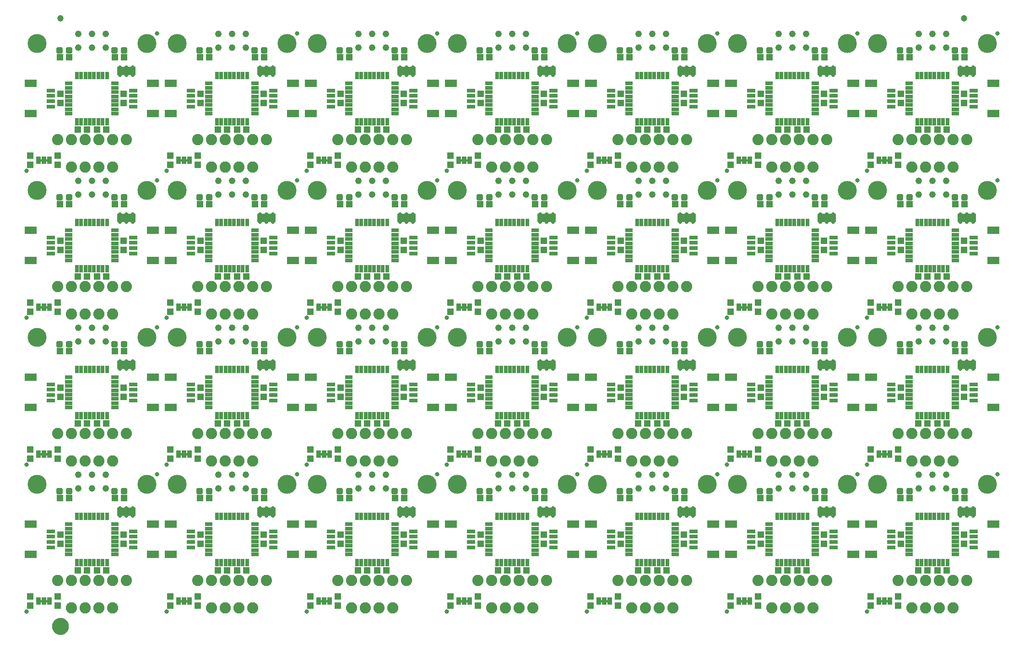
<source format=gts>
G75*
%MOIN*%
%OFA0B0*%
%FSLAX25Y25*%
%IPPOS*%
%LPD*%
%AMOC8*
5,1,8,0,0,1.08239X$1,22.5*
%
%ADD10R,0.05131X0.04737*%
%ADD11R,0.04737X0.05131*%
%ADD12C,0.01990*%
%ADD13C,0.02572*%
%ADD14R,0.13760X0.06040*%
%ADD15C,0.03300*%
%ADD16R,0.08674X0.05524*%
%ADD17R,0.06115X0.03162*%
%ADD18C,0.08200*%
%ADD19R,0.03300X0.05800*%
%ADD20C,0.00500*%
%ADD21C,0.13800*%
%ADD22C,0.04808*%
%ADD23R,0.05800X0.03000*%
%ADD24R,0.03000X0.05800*%
%ADD25C,0.04737*%
%ADD26C,0.05000*%
%ADD27C,0.06706*%
D10*
X0068404Y0061250D03*
X0075096Y0061250D03*
X0082404Y0061250D03*
X0089096Y0061250D03*
X0095404Y0113750D03*
X0102096Y0113750D03*
X0062096Y0113750D03*
X0055404Y0113750D03*
X0068404Y0168250D03*
X0075096Y0168250D03*
X0082404Y0168250D03*
X0089096Y0168250D03*
X0095404Y0220750D03*
X0102096Y0220750D03*
X0062096Y0220750D03*
X0055404Y0220750D03*
X0068404Y0275250D03*
X0075096Y0275250D03*
X0082404Y0275250D03*
X0089096Y0275250D03*
X0095404Y0327750D03*
X0102096Y0327750D03*
X0062096Y0327750D03*
X0055404Y0327750D03*
X0068404Y0382250D03*
X0075096Y0382250D03*
X0082404Y0382250D03*
X0089096Y0382250D03*
X0095404Y0434750D03*
X0102096Y0434750D03*
X0062096Y0434750D03*
X0055404Y0434750D03*
X0157404Y0434750D03*
X0164096Y0434750D03*
X0197404Y0434750D03*
X0204096Y0434750D03*
X0259404Y0434750D03*
X0266096Y0434750D03*
X0299404Y0434750D03*
X0306096Y0434750D03*
X0361404Y0434750D03*
X0368096Y0434750D03*
X0401404Y0434750D03*
X0408096Y0434750D03*
X0463404Y0434750D03*
X0470096Y0434750D03*
X0503404Y0434750D03*
X0510096Y0434750D03*
X0565404Y0434750D03*
X0572096Y0434750D03*
X0605404Y0434750D03*
X0612096Y0434750D03*
X0667404Y0434750D03*
X0674096Y0434750D03*
X0707404Y0434750D03*
X0714096Y0434750D03*
X0701096Y0382250D03*
X0694404Y0382250D03*
X0687096Y0382250D03*
X0680404Y0382250D03*
X0599096Y0382250D03*
X0592404Y0382250D03*
X0585096Y0382250D03*
X0578404Y0382250D03*
X0497096Y0382250D03*
X0490404Y0382250D03*
X0483096Y0382250D03*
X0476404Y0382250D03*
X0395096Y0382250D03*
X0388404Y0382250D03*
X0381096Y0382250D03*
X0374404Y0382250D03*
X0293096Y0382250D03*
X0286404Y0382250D03*
X0279096Y0382250D03*
X0272404Y0382250D03*
X0191096Y0382250D03*
X0184404Y0382250D03*
X0177096Y0382250D03*
X0170404Y0382250D03*
X0164096Y0327750D03*
X0157404Y0327750D03*
X0197404Y0327750D03*
X0204096Y0327750D03*
X0259404Y0327750D03*
X0266096Y0327750D03*
X0299404Y0327750D03*
X0306096Y0327750D03*
X0361404Y0327750D03*
X0368096Y0327750D03*
X0401404Y0327750D03*
X0408096Y0327750D03*
X0463404Y0327750D03*
X0470096Y0327750D03*
X0503404Y0327750D03*
X0510096Y0327750D03*
X0565404Y0327750D03*
X0572096Y0327750D03*
X0605404Y0327750D03*
X0612096Y0327750D03*
X0667404Y0327750D03*
X0674096Y0327750D03*
X0707404Y0327750D03*
X0714096Y0327750D03*
X0701096Y0275250D03*
X0694404Y0275250D03*
X0687096Y0275250D03*
X0680404Y0275250D03*
X0674096Y0220750D03*
X0667404Y0220750D03*
X0707404Y0220750D03*
X0714096Y0220750D03*
X0701096Y0168250D03*
X0694404Y0168250D03*
X0687096Y0168250D03*
X0680404Y0168250D03*
X0599096Y0168250D03*
X0592404Y0168250D03*
X0585096Y0168250D03*
X0578404Y0168250D03*
X0572096Y0220750D03*
X0565404Y0220750D03*
X0605404Y0220750D03*
X0612096Y0220750D03*
X0599096Y0275250D03*
X0592404Y0275250D03*
X0585096Y0275250D03*
X0578404Y0275250D03*
X0497096Y0275250D03*
X0490404Y0275250D03*
X0483096Y0275250D03*
X0476404Y0275250D03*
X0470096Y0220750D03*
X0463404Y0220750D03*
X0503404Y0220750D03*
X0510096Y0220750D03*
X0497096Y0168250D03*
X0490404Y0168250D03*
X0483096Y0168250D03*
X0476404Y0168250D03*
X0395096Y0168250D03*
X0388404Y0168250D03*
X0381096Y0168250D03*
X0374404Y0168250D03*
X0368096Y0220750D03*
X0361404Y0220750D03*
X0401404Y0220750D03*
X0408096Y0220750D03*
X0395096Y0275250D03*
X0388404Y0275250D03*
X0381096Y0275250D03*
X0374404Y0275250D03*
X0293096Y0275250D03*
X0286404Y0275250D03*
X0279096Y0275250D03*
X0272404Y0275250D03*
X0266096Y0220750D03*
X0259404Y0220750D03*
X0299404Y0220750D03*
X0306096Y0220750D03*
X0293096Y0168250D03*
X0286404Y0168250D03*
X0279096Y0168250D03*
X0272404Y0168250D03*
X0191096Y0168250D03*
X0184404Y0168250D03*
X0177096Y0168250D03*
X0170404Y0168250D03*
X0164096Y0220750D03*
X0157404Y0220750D03*
X0197404Y0220750D03*
X0204096Y0220750D03*
X0191096Y0275250D03*
X0184404Y0275250D03*
X0177096Y0275250D03*
X0170404Y0275250D03*
X0164096Y0113750D03*
X0157404Y0113750D03*
X0197404Y0113750D03*
X0204096Y0113750D03*
X0259404Y0113750D03*
X0266096Y0113750D03*
X0299404Y0113750D03*
X0306096Y0113750D03*
X0361404Y0113750D03*
X0368096Y0113750D03*
X0401404Y0113750D03*
X0408096Y0113750D03*
X0463404Y0113750D03*
X0470096Y0113750D03*
X0503404Y0113750D03*
X0510096Y0113750D03*
X0565404Y0113750D03*
X0572096Y0113750D03*
X0605404Y0113750D03*
X0612096Y0113750D03*
X0667404Y0113750D03*
X0674096Y0113750D03*
X0707404Y0113750D03*
X0714096Y0113750D03*
X0701096Y0061250D03*
X0694404Y0061250D03*
X0687096Y0061250D03*
X0680404Y0061250D03*
X0599096Y0061250D03*
X0592404Y0061250D03*
X0585096Y0061250D03*
X0578404Y0061250D03*
X0497096Y0061250D03*
X0490404Y0061250D03*
X0483096Y0061250D03*
X0476404Y0061250D03*
X0395096Y0061250D03*
X0388404Y0061250D03*
X0381096Y0061250D03*
X0374404Y0061250D03*
X0293096Y0061250D03*
X0286404Y0061250D03*
X0279096Y0061250D03*
X0272404Y0061250D03*
X0191096Y0061250D03*
X0184404Y0061250D03*
X0177096Y0061250D03*
X0170404Y0061250D03*
D11*
X0155750Y0042096D03*
X0155750Y0035404D03*
X0135750Y0035404D03*
X0135750Y0042096D03*
X0157750Y0080404D03*
X0157750Y0087096D03*
X0203750Y0087096D03*
X0203750Y0080404D03*
X0259750Y0080404D03*
X0259750Y0087096D03*
X0305750Y0087096D03*
X0305750Y0080404D03*
X0361750Y0080404D03*
X0361750Y0087096D03*
X0407750Y0087096D03*
X0407750Y0080404D03*
X0463750Y0080404D03*
X0463750Y0087096D03*
X0509750Y0087096D03*
X0509750Y0080404D03*
X0543750Y0042096D03*
X0543750Y0035404D03*
X0563750Y0035404D03*
X0563750Y0042096D03*
X0565750Y0080404D03*
X0565750Y0087096D03*
X0611750Y0087096D03*
X0611750Y0080404D03*
X0645750Y0042096D03*
X0645750Y0035404D03*
X0665750Y0035404D03*
X0665750Y0042096D03*
X0667750Y0080404D03*
X0667750Y0087096D03*
X0713750Y0087096D03*
X0713750Y0080404D03*
X0665750Y0142404D03*
X0665750Y0149096D03*
X0645750Y0149096D03*
X0645750Y0142404D03*
X0667750Y0187404D03*
X0667750Y0194096D03*
X0713750Y0194096D03*
X0713750Y0187404D03*
X0665750Y0249404D03*
X0665750Y0256096D03*
X0645750Y0256096D03*
X0645750Y0249404D03*
X0667750Y0294404D03*
X0667750Y0301096D03*
X0713750Y0301096D03*
X0713750Y0294404D03*
X0665750Y0356404D03*
X0665750Y0363096D03*
X0645750Y0363096D03*
X0645750Y0356404D03*
X0667750Y0401404D03*
X0667750Y0408096D03*
X0713750Y0408096D03*
X0713750Y0401404D03*
X0611750Y0401404D03*
X0611750Y0408096D03*
X0565750Y0408096D03*
X0565750Y0401404D03*
X0563750Y0363096D03*
X0563750Y0356404D03*
X0543750Y0356404D03*
X0543750Y0363096D03*
X0509750Y0401404D03*
X0509750Y0408096D03*
X0463750Y0408096D03*
X0463750Y0401404D03*
X0407750Y0401404D03*
X0407750Y0408096D03*
X0361750Y0408096D03*
X0361750Y0401404D03*
X0305750Y0401404D03*
X0305750Y0408096D03*
X0259750Y0408096D03*
X0259750Y0401404D03*
X0203750Y0401404D03*
X0203750Y0408096D03*
X0157750Y0408096D03*
X0157750Y0401404D03*
X0101750Y0401404D03*
X0101750Y0408096D03*
X0055750Y0408096D03*
X0055750Y0401404D03*
X0053750Y0363096D03*
X0053750Y0356404D03*
X0033750Y0356404D03*
X0033750Y0363096D03*
X0055750Y0301096D03*
X0055750Y0294404D03*
X0101750Y0294404D03*
X0101750Y0301096D03*
X0157750Y0301096D03*
X0157750Y0294404D03*
X0203750Y0294404D03*
X0203750Y0301096D03*
X0259750Y0301096D03*
X0259750Y0294404D03*
X0305750Y0294404D03*
X0305750Y0301096D03*
X0361750Y0301096D03*
X0361750Y0294404D03*
X0407750Y0294404D03*
X0407750Y0301096D03*
X0463750Y0301096D03*
X0463750Y0294404D03*
X0509750Y0294404D03*
X0509750Y0301096D03*
X0565750Y0301096D03*
X0565750Y0294404D03*
X0611750Y0294404D03*
X0611750Y0301096D03*
X0563750Y0256096D03*
X0563750Y0249404D03*
X0543750Y0249404D03*
X0543750Y0256096D03*
X0461750Y0256096D03*
X0461750Y0249404D03*
X0441750Y0249404D03*
X0441750Y0256096D03*
X0359750Y0256096D03*
X0359750Y0249404D03*
X0339750Y0249404D03*
X0339750Y0256096D03*
X0257750Y0256096D03*
X0257750Y0249404D03*
X0237750Y0249404D03*
X0237750Y0256096D03*
X0155750Y0256096D03*
X0155750Y0249404D03*
X0135750Y0249404D03*
X0135750Y0256096D03*
X0053750Y0256096D03*
X0053750Y0249404D03*
X0033750Y0249404D03*
X0033750Y0256096D03*
X0055750Y0194096D03*
X0055750Y0187404D03*
X0101750Y0187404D03*
X0101750Y0194096D03*
X0157750Y0194096D03*
X0157750Y0187404D03*
X0203750Y0187404D03*
X0203750Y0194096D03*
X0259750Y0194096D03*
X0259750Y0187404D03*
X0305750Y0187404D03*
X0305750Y0194096D03*
X0361750Y0194096D03*
X0361750Y0187404D03*
X0407750Y0187404D03*
X0407750Y0194096D03*
X0463750Y0194096D03*
X0463750Y0187404D03*
X0509750Y0187404D03*
X0509750Y0194096D03*
X0565750Y0194096D03*
X0565750Y0187404D03*
X0611750Y0187404D03*
X0611750Y0194096D03*
X0563750Y0149096D03*
X0563750Y0142404D03*
X0543750Y0142404D03*
X0543750Y0149096D03*
X0461750Y0149096D03*
X0461750Y0142404D03*
X0441750Y0142404D03*
X0441750Y0149096D03*
X0359750Y0149096D03*
X0359750Y0142404D03*
X0339750Y0142404D03*
X0339750Y0149096D03*
X0257750Y0149096D03*
X0257750Y0142404D03*
X0237750Y0142404D03*
X0237750Y0149096D03*
X0155750Y0149096D03*
X0155750Y0142404D03*
X0135750Y0142404D03*
X0135750Y0149096D03*
X0053750Y0149096D03*
X0053750Y0142404D03*
X0033750Y0142404D03*
X0033750Y0149096D03*
X0055750Y0087096D03*
X0055750Y0080404D03*
X0101750Y0080404D03*
X0101750Y0087096D03*
X0053750Y0042096D03*
X0053750Y0035404D03*
X0033750Y0035404D03*
X0033750Y0042096D03*
X0237750Y0042096D03*
X0237750Y0035404D03*
X0257750Y0035404D03*
X0257750Y0042096D03*
X0339750Y0042096D03*
X0339750Y0035404D03*
X0359750Y0035404D03*
X0359750Y0042096D03*
X0441750Y0042096D03*
X0441750Y0035404D03*
X0461750Y0035404D03*
X0461750Y0042096D03*
X0461750Y0356404D03*
X0461750Y0363096D03*
X0441750Y0363096D03*
X0441750Y0356404D03*
X0359750Y0356404D03*
X0359750Y0363096D03*
X0339750Y0363096D03*
X0339750Y0356404D03*
X0257750Y0356404D03*
X0257750Y0363096D03*
X0237750Y0363096D03*
X0237750Y0356404D03*
X0155750Y0356404D03*
X0155750Y0363096D03*
X0135750Y0363096D03*
X0135750Y0356404D03*
D12*
X0155924Y0334123D02*
X0155924Y0331377D01*
X0155924Y0334123D02*
X0158670Y0334123D01*
X0158670Y0331377D01*
X0155924Y0331377D01*
X0155924Y0333267D02*
X0158670Y0333267D01*
X0162830Y0334123D02*
X0162830Y0331377D01*
X0162830Y0334123D02*
X0165576Y0334123D01*
X0165576Y0331377D01*
X0162830Y0331377D01*
X0162830Y0333267D02*
X0165576Y0333267D01*
X0198670Y0334123D02*
X0198670Y0331377D01*
X0195924Y0331377D01*
X0195924Y0334123D01*
X0198670Y0334123D01*
X0198670Y0333267D02*
X0195924Y0333267D01*
X0205576Y0334123D02*
X0205576Y0331377D01*
X0202830Y0331377D01*
X0202830Y0334123D01*
X0205576Y0334123D01*
X0205576Y0333267D02*
X0202830Y0333267D01*
X0257924Y0334123D02*
X0257924Y0331377D01*
X0257924Y0334123D02*
X0260670Y0334123D01*
X0260670Y0331377D01*
X0257924Y0331377D01*
X0257924Y0333267D02*
X0260670Y0333267D01*
X0264830Y0334123D02*
X0264830Y0331377D01*
X0264830Y0334123D02*
X0267576Y0334123D01*
X0267576Y0331377D01*
X0264830Y0331377D01*
X0264830Y0333267D02*
X0267576Y0333267D01*
X0300670Y0334123D02*
X0300670Y0331377D01*
X0297924Y0331377D01*
X0297924Y0334123D01*
X0300670Y0334123D01*
X0300670Y0333267D02*
X0297924Y0333267D01*
X0307576Y0334123D02*
X0307576Y0331377D01*
X0304830Y0331377D01*
X0304830Y0334123D01*
X0307576Y0334123D01*
X0307576Y0333267D02*
X0304830Y0333267D01*
X0359924Y0334123D02*
X0359924Y0331377D01*
X0359924Y0334123D02*
X0362670Y0334123D01*
X0362670Y0331377D01*
X0359924Y0331377D01*
X0359924Y0333267D02*
X0362670Y0333267D01*
X0366830Y0334123D02*
X0366830Y0331377D01*
X0366830Y0334123D02*
X0369576Y0334123D01*
X0369576Y0331377D01*
X0366830Y0331377D01*
X0366830Y0333267D02*
X0369576Y0333267D01*
X0402670Y0334123D02*
X0402670Y0331377D01*
X0399924Y0331377D01*
X0399924Y0334123D01*
X0402670Y0334123D01*
X0402670Y0333267D02*
X0399924Y0333267D01*
X0409576Y0334123D02*
X0409576Y0331377D01*
X0406830Y0331377D01*
X0406830Y0334123D01*
X0409576Y0334123D01*
X0409576Y0333267D02*
X0406830Y0333267D01*
X0461924Y0334123D02*
X0461924Y0331377D01*
X0461924Y0334123D02*
X0464670Y0334123D01*
X0464670Y0331377D01*
X0461924Y0331377D01*
X0461924Y0333267D02*
X0464670Y0333267D01*
X0468830Y0334123D02*
X0468830Y0331377D01*
X0468830Y0334123D02*
X0471576Y0334123D01*
X0471576Y0331377D01*
X0468830Y0331377D01*
X0468830Y0333267D02*
X0471576Y0333267D01*
X0504670Y0334123D02*
X0504670Y0331377D01*
X0501924Y0331377D01*
X0501924Y0334123D01*
X0504670Y0334123D01*
X0504670Y0333267D02*
X0501924Y0333267D01*
X0511576Y0334123D02*
X0511576Y0331377D01*
X0508830Y0331377D01*
X0508830Y0334123D01*
X0511576Y0334123D01*
X0511576Y0333267D02*
X0508830Y0333267D01*
X0563924Y0334123D02*
X0563924Y0331377D01*
X0563924Y0334123D02*
X0566670Y0334123D01*
X0566670Y0331377D01*
X0563924Y0331377D01*
X0563924Y0333267D02*
X0566670Y0333267D01*
X0570830Y0334123D02*
X0570830Y0331377D01*
X0570830Y0334123D02*
X0573576Y0334123D01*
X0573576Y0331377D01*
X0570830Y0331377D01*
X0570830Y0333267D02*
X0573576Y0333267D01*
X0606670Y0334123D02*
X0606670Y0331377D01*
X0603924Y0331377D01*
X0603924Y0334123D01*
X0606670Y0334123D01*
X0606670Y0333267D02*
X0603924Y0333267D01*
X0613576Y0334123D02*
X0613576Y0331377D01*
X0610830Y0331377D01*
X0610830Y0334123D01*
X0613576Y0334123D01*
X0613576Y0333267D02*
X0610830Y0333267D01*
X0665924Y0334123D02*
X0665924Y0331377D01*
X0665924Y0334123D02*
X0668670Y0334123D01*
X0668670Y0331377D01*
X0665924Y0331377D01*
X0665924Y0333267D02*
X0668670Y0333267D01*
X0672830Y0334123D02*
X0672830Y0331377D01*
X0672830Y0334123D02*
X0675576Y0334123D01*
X0675576Y0331377D01*
X0672830Y0331377D01*
X0672830Y0333267D02*
X0675576Y0333267D01*
X0708670Y0334123D02*
X0708670Y0331377D01*
X0705924Y0331377D01*
X0705924Y0334123D01*
X0708670Y0334123D01*
X0708670Y0333267D02*
X0705924Y0333267D01*
X0715576Y0334123D02*
X0715576Y0331377D01*
X0712830Y0331377D01*
X0712830Y0334123D01*
X0715576Y0334123D01*
X0715576Y0333267D02*
X0712830Y0333267D01*
X0715576Y0227123D02*
X0715576Y0224377D01*
X0712830Y0224377D01*
X0712830Y0227123D01*
X0715576Y0227123D01*
X0715576Y0226267D02*
X0712830Y0226267D01*
X0708670Y0227123D02*
X0708670Y0224377D01*
X0705924Y0224377D01*
X0705924Y0227123D01*
X0708670Y0227123D01*
X0708670Y0226267D02*
X0705924Y0226267D01*
X0672830Y0227123D02*
X0672830Y0224377D01*
X0672830Y0227123D02*
X0675576Y0227123D01*
X0675576Y0224377D01*
X0672830Y0224377D01*
X0672830Y0226267D02*
X0675576Y0226267D01*
X0665924Y0227123D02*
X0665924Y0224377D01*
X0665924Y0227123D02*
X0668670Y0227123D01*
X0668670Y0224377D01*
X0665924Y0224377D01*
X0665924Y0226267D02*
X0668670Y0226267D01*
X0613576Y0227123D02*
X0613576Y0224377D01*
X0610830Y0224377D01*
X0610830Y0227123D01*
X0613576Y0227123D01*
X0613576Y0226267D02*
X0610830Y0226267D01*
X0606670Y0227123D02*
X0606670Y0224377D01*
X0603924Y0224377D01*
X0603924Y0227123D01*
X0606670Y0227123D01*
X0606670Y0226267D02*
X0603924Y0226267D01*
X0570830Y0227123D02*
X0570830Y0224377D01*
X0570830Y0227123D02*
X0573576Y0227123D01*
X0573576Y0224377D01*
X0570830Y0224377D01*
X0570830Y0226267D02*
X0573576Y0226267D01*
X0563924Y0227123D02*
X0563924Y0224377D01*
X0563924Y0227123D02*
X0566670Y0227123D01*
X0566670Y0224377D01*
X0563924Y0224377D01*
X0563924Y0226267D02*
X0566670Y0226267D01*
X0511576Y0227123D02*
X0511576Y0224377D01*
X0508830Y0224377D01*
X0508830Y0227123D01*
X0511576Y0227123D01*
X0511576Y0226267D02*
X0508830Y0226267D01*
X0504670Y0227123D02*
X0504670Y0224377D01*
X0501924Y0224377D01*
X0501924Y0227123D01*
X0504670Y0227123D01*
X0504670Y0226267D02*
X0501924Y0226267D01*
X0468830Y0227123D02*
X0468830Y0224377D01*
X0468830Y0227123D02*
X0471576Y0227123D01*
X0471576Y0224377D01*
X0468830Y0224377D01*
X0468830Y0226267D02*
X0471576Y0226267D01*
X0461924Y0227123D02*
X0461924Y0224377D01*
X0461924Y0227123D02*
X0464670Y0227123D01*
X0464670Y0224377D01*
X0461924Y0224377D01*
X0461924Y0226267D02*
X0464670Y0226267D01*
X0409576Y0227123D02*
X0409576Y0224377D01*
X0406830Y0224377D01*
X0406830Y0227123D01*
X0409576Y0227123D01*
X0409576Y0226267D02*
X0406830Y0226267D01*
X0402670Y0227123D02*
X0402670Y0224377D01*
X0399924Y0224377D01*
X0399924Y0227123D01*
X0402670Y0227123D01*
X0402670Y0226267D02*
X0399924Y0226267D01*
X0366830Y0227123D02*
X0366830Y0224377D01*
X0366830Y0227123D02*
X0369576Y0227123D01*
X0369576Y0224377D01*
X0366830Y0224377D01*
X0366830Y0226267D02*
X0369576Y0226267D01*
X0359924Y0227123D02*
X0359924Y0224377D01*
X0359924Y0227123D02*
X0362670Y0227123D01*
X0362670Y0224377D01*
X0359924Y0224377D01*
X0359924Y0226267D02*
X0362670Y0226267D01*
X0307576Y0227123D02*
X0307576Y0224377D01*
X0304830Y0224377D01*
X0304830Y0227123D01*
X0307576Y0227123D01*
X0307576Y0226267D02*
X0304830Y0226267D01*
X0300670Y0227123D02*
X0300670Y0224377D01*
X0297924Y0224377D01*
X0297924Y0227123D01*
X0300670Y0227123D01*
X0300670Y0226267D02*
X0297924Y0226267D01*
X0264830Y0227123D02*
X0264830Y0224377D01*
X0264830Y0227123D02*
X0267576Y0227123D01*
X0267576Y0224377D01*
X0264830Y0224377D01*
X0264830Y0226267D02*
X0267576Y0226267D01*
X0257924Y0227123D02*
X0257924Y0224377D01*
X0257924Y0227123D02*
X0260670Y0227123D01*
X0260670Y0224377D01*
X0257924Y0224377D01*
X0257924Y0226267D02*
X0260670Y0226267D01*
X0205576Y0227123D02*
X0205576Y0224377D01*
X0202830Y0224377D01*
X0202830Y0227123D01*
X0205576Y0227123D01*
X0205576Y0226267D02*
X0202830Y0226267D01*
X0198670Y0227123D02*
X0198670Y0224377D01*
X0195924Y0224377D01*
X0195924Y0227123D01*
X0198670Y0227123D01*
X0198670Y0226267D02*
X0195924Y0226267D01*
X0162830Y0227123D02*
X0162830Y0224377D01*
X0162830Y0227123D02*
X0165576Y0227123D01*
X0165576Y0224377D01*
X0162830Y0224377D01*
X0162830Y0226267D02*
X0165576Y0226267D01*
X0155924Y0227123D02*
X0155924Y0224377D01*
X0155924Y0227123D02*
X0158670Y0227123D01*
X0158670Y0224377D01*
X0155924Y0224377D01*
X0155924Y0226267D02*
X0158670Y0226267D01*
X0103576Y0227123D02*
X0103576Y0224377D01*
X0100830Y0224377D01*
X0100830Y0227123D01*
X0103576Y0227123D01*
X0103576Y0226267D02*
X0100830Y0226267D01*
X0096670Y0227123D02*
X0096670Y0224377D01*
X0093924Y0224377D01*
X0093924Y0227123D01*
X0096670Y0227123D01*
X0096670Y0226267D02*
X0093924Y0226267D01*
X0060830Y0227123D02*
X0060830Y0224377D01*
X0060830Y0227123D02*
X0063576Y0227123D01*
X0063576Y0224377D01*
X0060830Y0224377D01*
X0060830Y0226267D02*
X0063576Y0226267D01*
X0053924Y0227123D02*
X0053924Y0224377D01*
X0053924Y0227123D02*
X0056670Y0227123D01*
X0056670Y0224377D01*
X0053924Y0224377D01*
X0053924Y0226267D02*
X0056670Y0226267D01*
X0053924Y0331377D02*
X0053924Y0334123D01*
X0056670Y0334123D01*
X0056670Y0331377D01*
X0053924Y0331377D01*
X0053924Y0333267D02*
X0056670Y0333267D01*
X0060830Y0334123D02*
X0060830Y0331377D01*
X0060830Y0334123D02*
X0063576Y0334123D01*
X0063576Y0331377D01*
X0060830Y0331377D01*
X0060830Y0333267D02*
X0063576Y0333267D01*
X0096670Y0334123D02*
X0096670Y0331377D01*
X0093924Y0331377D01*
X0093924Y0334123D01*
X0096670Y0334123D01*
X0096670Y0333267D02*
X0093924Y0333267D01*
X0103576Y0334123D02*
X0103576Y0331377D01*
X0100830Y0331377D01*
X0100830Y0334123D01*
X0103576Y0334123D01*
X0103576Y0333267D02*
X0100830Y0333267D01*
X0103576Y0438377D02*
X0103576Y0441123D01*
X0103576Y0438377D02*
X0100830Y0438377D01*
X0100830Y0441123D01*
X0103576Y0441123D01*
X0103576Y0440267D02*
X0100830Y0440267D01*
X0096670Y0441123D02*
X0096670Y0438377D01*
X0093924Y0438377D01*
X0093924Y0441123D01*
X0096670Y0441123D01*
X0096670Y0440267D02*
X0093924Y0440267D01*
X0060830Y0441123D02*
X0060830Y0438377D01*
X0060830Y0441123D02*
X0063576Y0441123D01*
X0063576Y0438377D01*
X0060830Y0438377D01*
X0060830Y0440267D02*
X0063576Y0440267D01*
X0053924Y0441123D02*
X0053924Y0438377D01*
X0053924Y0441123D02*
X0056670Y0441123D01*
X0056670Y0438377D01*
X0053924Y0438377D01*
X0053924Y0440267D02*
X0056670Y0440267D01*
X0155924Y0441123D02*
X0155924Y0438377D01*
X0155924Y0441123D02*
X0158670Y0441123D01*
X0158670Y0438377D01*
X0155924Y0438377D01*
X0155924Y0440267D02*
X0158670Y0440267D01*
X0162830Y0441123D02*
X0162830Y0438377D01*
X0162830Y0441123D02*
X0165576Y0441123D01*
X0165576Y0438377D01*
X0162830Y0438377D01*
X0162830Y0440267D02*
X0165576Y0440267D01*
X0198670Y0441123D02*
X0198670Y0438377D01*
X0195924Y0438377D01*
X0195924Y0441123D01*
X0198670Y0441123D01*
X0198670Y0440267D02*
X0195924Y0440267D01*
X0205576Y0441123D02*
X0205576Y0438377D01*
X0202830Y0438377D01*
X0202830Y0441123D01*
X0205576Y0441123D01*
X0205576Y0440267D02*
X0202830Y0440267D01*
X0257924Y0441123D02*
X0257924Y0438377D01*
X0257924Y0441123D02*
X0260670Y0441123D01*
X0260670Y0438377D01*
X0257924Y0438377D01*
X0257924Y0440267D02*
X0260670Y0440267D01*
X0264830Y0441123D02*
X0264830Y0438377D01*
X0264830Y0441123D02*
X0267576Y0441123D01*
X0267576Y0438377D01*
X0264830Y0438377D01*
X0264830Y0440267D02*
X0267576Y0440267D01*
X0300670Y0441123D02*
X0300670Y0438377D01*
X0297924Y0438377D01*
X0297924Y0441123D01*
X0300670Y0441123D01*
X0300670Y0440267D02*
X0297924Y0440267D01*
X0307576Y0441123D02*
X0307576Y0438377D01*
X0304830Y0438377D01*
X0304830Y0441123D01*
X0307576Y0441123D01*
X0307576Y0440267D02*
X0304830Y0440267D01*
X0359924Y0441123D02*
X0359924Y0438377D01*
X0359924Y0441123D02*
X0362670Y0441123D01*
X0362670Y0438377D01*
X0359924Y0438377D01*
X0359924Y0440267D02*
X0362670Y0440267D01*
X0366830Y0441123D02*
X0366830Y0438377D01*
X0366830Y0441123D02*
X0369576Y0441123D01*
X0369576Y0438377D01*
X0366830Y0438377D01*
X0366830Y0440267D02*
X0369576Y0440267D01*
X0402670Y0441123D02*
X0402670Y0438377D01*
X0399924Y0438377D01*
X0399924Y0441123D01*
X0402670Y0441123D01*
X0402670Y0440267D02*
X0399924Y0440267D01*
X0409576Y0441123D02*
X0409576Y0438377D01*
X0406830Y0438377D01*
X0406830Y0441123D01*
X0409576Y0441123D01*
X0409576Y0440267D02*
X0406830Y0440267D01*
X0461924Y0441123D02*
X0461924Y0438377D01*
X0461924Y0441123D02*
X0464670Y0441123D01*
X0464670Y0438377D01*
X0461924Y0438377D01*
X0461924Y0440267D02*
X0464670Y0440267D01*
X0468830Y0441123D02*
X0468830Y0438377D01*
X0468830Y0441123D02*
X0471576Y0441123D01*
X0471576Y0438377D01*
X0468830Y0438377D01*
X0468830Y0440267D02*
X0471576Y0440267D01*
X0504670Y0441123D02*
X0504670Y0438377D01*
X0501924Y0438377D01*
X0501924Y0441123D01*
X0504670Y0441123D01*
X0504670Y0440267D02*
X0501924Y0440267D01*
X0511576Y0441123D02*
X0511576Y0438377D01*
X0508830Y0438377D01*
X0508830Y0441123D01*
X0511576Y0441123D01*
X0511576Y0440267D02*
X0508830Y0440267D01*
X0563924Y0441123D02*
X0563924Y0438377D01*
X0563924Y0441123D02*
X0566670Y0441123D01*
X0566670Y0438377D01*
X0563924Y0438377D01*
X0563924Y0440267D02*
X0566670Y0440267D01*
X0570830Y0441123D02*
X0570830Y0438377D01*
X0570830Y0441123D02*
X0573576Y0441123D01*
X0573576Y0438377D01*
X0570830Y0438377D01*
X0570830Y0440267D02*
X0573576Y0440267D01*
X0606670Y0441123D02*
X0606670Y0438377D01*
X0603924Y0438377D01*
X0603924Y0441123D01*
X0606670Y0441123D01*
X0606670Y0440267D02*
X0603924Y0440267D01*
X0613576Y0441123D02*
X0613576Y0438377D01*
X0610830Y0438377D01*
X0610830Y0441123D01*
X0613576Y0441123D01*
X0613576Y0440267D02*
X0610830Y0440267D01*
X0665924Y0441123D02*
X0665924Y0438377D01*
X0665924Y0441123D02*
X0668670Y0441123D01*
X0668670Y0438377D01*
X0665924Y0438377D01*
X0665924Y0440267D02*
X0668670Y0440267D01*
X0672830Y0441123D02*
X0672830Y0438377D01*
X0672830Y0441123D02*
X0675576Y0441123D01*
X0675576Y0438377D01*
X0672830Y0438377D01*
X0672830Y0440267D02*
X0675576Y0440267D01*
X0708670Y0441123D02*
X0708670Y0438377D01*
X0705924Y0438377D01*
X0705924Y0441123D01*
X0708670Y0441123D01*
X0708670Y0440267D02*
X0705924Y0440267D01*
X0715576Y0441123D02*
X0715576Y0438377D01*
X0712830Y0438377D01*
X0712830Y0441123D01*
X0715576Y0441123D01*
X0715576Y0440267D02*
X0712830Y0440267D01*
X0715576Y0120123D02*
X0715576Y0117377D01*
X0712830Y0117377D01*
X0712830Y0120123D01*
X0715576Y0120123D01*
X0715576Y0119267D02*
X0712830Y0119267D01*
X0708670Y0120123D02*
X0708670Y0117377D01*
X0705924Y0117377D01*
X0705924Y0120123D01*
X0708670Y0120123D01*
X0708670Y0119267D02*
X0705924Y0119267D01*
X0672830Y0120123D02*
X0672830Y0117377D01*
X0672830Y0120123D02*
X0675576Y0120123D01*
X0675576Y0117377D01*
X0672830Y0117377D01*
X0672830Y0119267D02*
X0675576Y0119267D01*
X0665924Y0120123D02*
X0665924Y0117377D01*
X0665924Y0120123D02*
X0668670Y0120123D01*
X0668670Y0117377D01*
X0665924Y0117377D01*
X0665924Y0119267D02*
X0668670Y0119267D01*
X0613576Y0120123D02*
X0613576Y0117377D01*
X0610830Y0117377D01*
X0610830Y0120123D01*
X0613576Y0120123D01*
X0613576Y0119267D02*
X0610830Y0119267D01*
X0606670Y0120123D02*
X0606670Y0117377D01*
X0603924Y0117377D01*
X0603924Y0120123D01*
X0606670Y0120123D01*
X0606670Y0119267D02*
X0603924Y0119267D01*
X0570830Y0120123D02*
X0570830Y0117377D01*
X0570830Y0120123D02*
X0573576Y0120123D01*
X0573576Y0117377D01*
X0570830Y0117377D01*
X0570830Y0119267D02*
X0573576Y0119267D01*
X0563924Y0120123D02*
X0563924Y0117377D01*
X0563924Y0120123D02*
X0566670Y0120123D01*
X0566670Y0117377D01*
X0563924Y0117377D01*
X0563924Y0119267D02*
X0566670Y0119267D01*
X0511576Y0120123D02*
X0511576Y0117377D01*
X0508830Y0117377D01*
X0508830Y0120123D01*
X0511576Y0120123D01*
X0511576Y0119267D02*
X0508830Y0119267D01*
X0504670Y0120123D02*
X0504670Y0117377D01*
X0501924Y0117377D01*
X0501924Y0120123D01*
X0504670Y0120123D01*
X0504670Y0119267D02*
X0501924Y0119267D01*
X0468830Y0120123D02*
X0468830Y0117377D01*
X0468830Y0120123D02*
X0471576Y0120123D01*
X0471576Y0117377D01*
X0468830Y0117377D01*
X0468830Y0119267D02*
X0471576Y0119267D01*
X0461924Y0120123D02*
X0461924Y0117377D01*
X0461924Y0120123D02*
X0464670Y0120123D01*
X0464670Y0117377D01*
X0461924Y0117377D01*
X0461924Y0119267D02*
X0464670Y0119267D01*
X0409576Y0120123D02*
X0409576Y0117377D01*
X0406830Y0117377D01*
X0406830Y0120123D01*
X0409576Y0120123D01*
X0409576Y0119267D02*
X0406830Y0119267D01*
X0402670Y0120123D02*
X0402670Y0117377D01*
X0399924Y0117377D01*
X0399924Y0120123D01*
X0402670Y0120123D01*
X0402670Y0119267D02*
X0399924Y0119267D01*
X0366830Y0120123D02*
X0366830Y0117377D01*
X0366830Y0120123D02*
X0369576Y0120123D01*
X0369576Y0117377D01*
X0366830Y0117377D01*
X0366830Y0119267D02*
X0369576Y0119267D01*
X0359924Y0120123D02*
X0359924Y0117377D01*
X0359924Y0120123D02*
X0362670Y0120123D01*
X0362670Y0117377D01*
X0359924Y0117377D01*
X0359924Y0119267D02*
X0362670Y0119267D01*
X0307576Y0120123D02*
X0307576Y0117377D01*
X0304830Y0117377D01*
X0304830Y0120123D01*
X0307576Y0120123D01*
X0307576Y0119267D02*
X0304830Y0119267D01*
X0300670Y0120123D02*
X0300670Y0117377D01*
X0297924Y0117377D01*
X0297924Y0120123D01*
X0300670Y0120123D01*
X0300670Y0119267D02*
X0297924Y0119267D01*
X0264830Y0120123D02*
X0264830Y0117377D01*
X0264830Y0120123D02*
X0267576Y0120123D01*
X0267576Y0117377D01*
X0264830Y0117377D01*
X0264830Y0119267D02*
X0267576Y0119267D01*
X0257924Y0120123D02*
X0257924Y0117377D01*
X0257924Y0120123D02*
X0260670Y0120123D01*
X0260670Y0117377D01*
X0257924Y0117377D01*
X0257924Y0119267D02*
X0260670Y0119267D01*
X0205576Y0120123D02*
X0205576Y0117377D01*
X0202830Y0117377D01*
X0202830Y0120123D01*
X0205576Y0120123D01*
X0205576Y0119267D02*
X0202830Y0119267D01*
X0198670Y0120123D02*
X0198670Y0117377D01*
X0195924Y0117377D01*
X0195924Y0120123D01*
X0198670Y0120123D01*
X0198670Y0119267D02*
X0195924Y0119267D01*
X0162830Y0120123D02*
X0162830Y0117377D01*
X0162830Y0120123D02*
X0165576Y0120123D01*
X0165576Y0117377D01*
X0162830Y0117377D01*
X0162830Y0119267D02*
X0165576Y0119267D01*
X0155924Y0120123D02*
X0155924Y0117377D01*
X0155924Y0120123D02*
X0158670Y0120123D01*
X0158670Y0117377D01*
X0155924Y0117377D01*
X0155924Y0119267D02*
X0158670Y0119267D01*
X0103576Y0120123D02*
X0103576Y0117377D01*
X0100830Y0117377D01*
X0100830Y0120123D01*
X0103576Y0120123D01*
X0103576Y0119267D02*
X0100830Y0119267D01*
X0096670Y0120123D02*
X0096670Y0117377D01*
X0093924Y0117377D01*
X0093924Y0120123D01*
X0096670Y0120123D01*
X0096670Y0119267D02*
X0093924Y0119267D01*
X0060830Y0120123D02*
X0060830Y0117377D01*
X0060830Y0120123D02*
X0063576Y0120123D01*
X0063576Y0117377D01*
X0060830Y0117377D01*
X0060830Y0119267D02*
X0063576Y0119267D01*
X0053924Y0120123D02*
X0053924Y0117377D01*
X0053924Y0120123D02*
X0056670Y0120123D01*
X0056670Y0117377D01*
X0053924Y0117377D01*
X0053924Y0119267D02*
X0056670Y0119267D01*
D13*
X0099026Y0106614D02*
X0099026Y0100886D01*
X0103750Y0100886D02*
X0103750Y0106614D01*
X0108474Y0106614D02*
X0108474Y0100886D01*
X0201026Y0100886D02*
X0201026Y0106614D01*
X0205750Y0106614D02*
X0205750Y0100886D01*
X0210474Y0100886D02*
X0210474Y0106614D01*
X0303026Y0106614D02*
X0303026Y0100886D01*
X0307750Y0100886D02*
X0307750Y0106614D01*
X0312474Y0106614D02*
X0312474Y0100886D01*
X0405026Y0100886D02*
X0405026Y0106614D01*
X0409750Y0106614D02*
X0409750Y0100886D01*
X0414474Y0100886D02*
X0414474Y0106614D01*
X0507026Y0106614D02*
X0507026Y0100886D01*
X0511750Y0100886D02*
X0511750Y0106614D01*
X0516474Y0106614D02*
X0516474Y0100886D01*
X0609026Y0100886D02*
X0609026Y0106614D01*
X0613750Y0106614D02*
X0613750Y0100886D01*
X0618474Y0100886D02*
X0618474Y0106614D01*
X0711026Y0106614D02*
X0711026Y0100886D01*
X0715750Y0100886D02*
X0715750Y0106614D01*
X0720474Y0106614D02*
X0720474Y0100886D01*
X0720474Y0207886D02*
X0720474Y0213614D01*
X0715750Y0213614D02*
X0715750Y0207886D01*
X0711026Y0207886D02*
X0711026Y0213614D01*
X0618474Y0213614D02*
X0618474Y0207886D01*
X0613750Y0207886D02*
X0613750Y0213614D01*
X0609026Y0213614D02*
X0609026Y0207886D01*
X0516474Y0207886D02*
X0516474Y0213614D01*
X0511750Y0213614D02*
X0511750Y0207886D01*
X0507026Y0207886D02*
X0507026Y0213614D01*
X0414474Y0213614D02*
X0414474Y0207886D01*
X0409750Y0207886D02*
X0409750Y0213614D01*
X0405026Y0213614D02*
X0405026Y0207886D01*
X0312474Y0207886D02*
X0312474Y0213614D01*
X0307750Y0213614D02*
X0307750Y0207886D01*
X0303026Y0207886D02*
X0303026Y0213614D01*
X0210474Y0213614D02*
X0210474Y0207886D01*
X0205750Y0207886D02*
X0205750Y0213614D01*
X0201026Y0213614D02*
X0201026Y0207886D01*
X0108474Y0207886D02*
X0108474Y0213614D01*
X0103750Y0213614D02*
X0103750Y0207886D01*
X0099026Y0207886D02*
X0099026Y0213614D01*
X0099026Y0314886D02*
X0099026Y0320614D01*
X0103750Y0320614D02*
X0103750Y0314886D01*
X0108474Y0314886D02*
X0108474Y0320614D01*
X0201026Y0320614D02*
X0201026Y0314886D01*
X0205750Y0314886D02*
X0205750Y0320614D01*
X0210474Y0320614D02*
X0210474Y0314886D01*
X0303026Y0314886D02*
X0303026Y0320614D01*
X0307750Y0320614D02*
X0307750Y0314886D01*
X0312474Y0314886D02*
X0312474Y0320614D01*
X0405026Y0320614D02*
X0405026Y0314886D01*
X0409750Y0314886D02*
X0409750Y0320614D01*
X0414474Y0320614D02*
X0414474Y0314886D01*
X0507026Y0314886D02*
X0507026Y0320614D01*
X0511750Y0320614D02*
X0511750Y0314886D01*
X0516474Y0314886D02*
X0516474Y0320614D01*
X0609026Y0320614D02*
X0609026Y0314886D01*
X0613750Y0314886D02*
X0613750Y0320614D01*
X0618474Y0320614D02*
X0618474Y0314886D01*
X0711026Y0314886D02*
X0711026Y0320614D01*
X0715750Y0320614D02*
X0715750Y0314886D01*
X0720474Y0314886D02*
X0720474Y0320614D01*
X0720474Y0421886D02*
X0720474Y0427614D01*
X0715750Y0427614D02*
X0715750Y0421886D01*
X0711026Y0421886D02*
X0711026Y0427614D01*
X0618474Y0427614D02*
X0618474Y0421886D01*
X0613750Y0421886D02*
X0613750Y0427614D01*
X0609026Y0427614D02*
X0609026Y0421886D01*
X0516474Y0421886D02*
X0516474Y0427614D01*
X0511750Y0427614D02*
X0511750Y0421886D01*
X0507026Y0421886D02*
X0507026Y0427614D01*
X0414474Y0427614D02*
X0414474Y0421886D01*
X0409750Y0421886D02*
X0409750Y0427614D01*
X0405026Y0427614D02*
X0405026Y0421886D01*
X0312474Y0421886D02*
X0312474Y0427614D01*
X0307750Y0427614D02*
X0307750Y0421886D01*
X0303026Y0421886D02*
X0303026Y0427614D01*
X0210474Y0427614D02*
X0210474Y0421886D01*
X0205750Y0421886D02*
X0205750Y0427614D01*
X0201026Y0427614D02*
X0201026Y0421886D01*
X0108474Y0421886D02*
X0108474Y0427614D01*
X0103750Y0427614D02*
X0103750Y0421886D01*
X0099026Y0421886D02*
X0099026Y0427614D01*
D14*
X0103740Y0424740D03*
X0205740Y0424740D03*
X0307740Y0424740D03*
X0409740Y0424740D03*
X0511740Y0424740D03*
X0613740Y0424740D03*
X0715740Y0424740D03*
X0715740Y0317740D03*
X0613740Y0317740D03*
X0511740Y0317740D03*
X0409740Y0317740D03*
X0307740Y0317740D03*
X0205740Y0317740D03*
X0103740Y0317740D03*
X0103740Y0210740D03*
X0205740Y0210740D03*
X0307740Y0210740D03*
X0409740Y0210740D03*
X0511740Y0210740D03*
X0613740Y0210740D03*
X0715740Y0210740D03*
X0715740Y0103740D03*
X0613740Y0103740D03*
X0511740Y0103740D03*
X0409740Y0103740D03*
X0307740Y0103740D03*
X0205740Y0103740D03*
X0103740Y0103740D03*
D15*
X0031250Y0031250D03*
X0133250Y0031250D03*
X0235250Y0031250D03*
X0337250Y0031250D03*
X0439250Y0031250D03*
X0541250Y0031250D03*
X0643250Y0031250D03*
X0636250Y0131250D03*
X0643250Y0138250D03*
X0738250Y0131250D03*
X0738250Y0238250D03*
X0643250Y0245250D03*
X0636250Y0238250D03*
X0541250Y0245250D03*
X0534250Y0238250D03*
X0439250Y0245250D03*
X0432250Y0238250D03*
X0337250Y0245250D03*
X0330250Y0238250D03*
X0235250Y0245250D03*
X0228250Y0238250D03*
X0133250Y0245250D03*
X0126250Y0238250D03*
X0031250Y0245250D03*
X0126250Y0345250D03*
X0133250Y0352250D03*
X0228250Y0345250D03*
X0235250Y0352250D03*
X0330250Y0345250D03*
X0337250Y0352250D03*
X0432250Y0345250D03*
X0439250Y0352250D03*
X0534250Y0345250D03*
X0541250Y0352250D03*
X0636250Y0345250D03*
X0643250Y0352250D03*
X0738250Y0345250D03*
X0738250Y0452250D03*
X0636250Y0452250D03*
X0534250Y0452250D03*
X0432250Y0452250D03*
X0330250Y0452250D03*
X0228250Y0452250D03*
X0126250Y0452250D03*
X0031250Y0352250D03*
X0031250Y0138250D03*
X0126250Y0131250D03*
X0133250Y0138250D03*
X0228250Y0131250D03*
X0235250Y0138250D03*
X0330250Y0131250D03*
X0337250Y0138250D03*
X0432250Y0131250D03*
X0439250Y0138250D03*
X0534250Y0131250D03*
X0541250Y0138250D03*
D16*
X0544281Y0179726D03*
X0531219Y0179726D03*
X0531219Y0201774D03*
X0544281Y0201774D03*
X0633219Y0201774D03*
X0646281Y0201774D03*
X0646281Y0179726D03*
X0633219Y0179726D03*
X0735219Y0179726D03*
X0735219Y0201774D03*
X0735219Y0286726D03*
X0735219Y0308774D03*
X0646281Y0308774D03*
X0633219Y0308774D03*
X0633219Y0286726D03*
X0646281Y0286726D03*
X0544281Y0286726D03*
X0531219Y0286726D03*
X0531219Y0308774D03*
X0544281Y0308774D03*
X0442281Y0308774D03*
X0429219Y0308774D03*
X0429219Y0286726D03*
X0442281Y0286726D03*
X0340281Y0286726D03*
X0327219Y0286726D03*
X0327219Y0308774D03*
X0340281Y0308774D03*
X0238281Y0308774D03*
X0225219Y0308774D03*
X0225219Y0286726D03*
X0238281Y0286726D03*
X0136281Y0286726D03*
X0123219Y0286726D03*
X0123219Y0308774D03*
X0136281Y0308774D03*
X0034281Y0308774D03*
X0034281Y0286726D03*
X0034281Y0201774D03*
X0034281Y0179726D03*
X0123219Y0179726D03*
X0136281Y0179726D03*
X0136281Y0201774D03*
X0123219Y0201774D03*
X0225219Y0201774D03*
X0238281Y0201774D03*
X0238281Y0179726D03*
X0225219Y0179726D03*
X0327219Y0179726D03*
X0340281Y0179726D03*
X0340281Y0201774D03*
X0327219Y0201774D03*
X0429219Y0201774D03*
X0442281Y0201774D03*
X0442281Y0179726D03*
X0429219Y0179726D03*
X0429219Y0094774D03*
X0442281Y0094774D03*
X0442281Y0072726D03*
X0429219Y0072726D03*
X0340281Y0072726D03*
X0327219Y0072726D03*
X0327219Y0094774D03*
X0340281Y0094774D03*
X0238281Y0094774D03*
X0225219Y0094774D03*
X0225219Y0072726D03*
X0238281Y0072726D03*
X0136281Y0072726D03*
X0123219Y0072726D03*
X0123219Y0094774D03*
X0136281Y0094774D03*
X0034281Y0094774D03*
X0034281Y0072726D03*
X0531219Y0072726D03*
X0544281Y0072726D03*
X0544281Y0094774D03*
X0531219Y0094774D03*
X0633219Y0094774D03*
X0646281Y0094774D03*
X0646281Y0072726D03*
X0633219Y0072726D03*
X0735219Y0072726D03*
X0735219Y0094774D03*
X0735219Y0393726D03*
X0735219Y0415774D03*
X0646281Y0415774D03*
X0633219Y0415774D03*
X0633219Y0393726D03*
X0646281Y0393726D03*
X0544281Y0393726D03*
X0531219Y0393726D03*
X0531219Y0415774D03*
X0544281Y0415774D03*
X0442281Y0415774D03*
X0429219Y0415774D03*
X0429219Y0393726D03*
X0442281Y0393726D03*
X0340281Y0393726D03*
X0327219Y0393726D03*
X0327219Y0415774D03*
X0340281Y0415774D03*
X0238281Y0415774D03*
X0225219Y0415774D03*
X0225219Y0393726D03*
X0238281Y0393726D03*
X0136281Y0393726D03*
X0123219Y0393726D03*
X0123219Y0415774D03*
X0136281Y0415774D03*
X0034281Y0415774D03*
X0034281Y0393726D03*
D17*
X0048750Y0398844D03*
X0048750Y0402781D03*
X0048750Y0406719D03*
X0048750Y0410656D03*
X0108750Y0410656D03*
X0108750Y0406719D03*
X0108750Y0402781D03*
X0108750Y0398844D03*
X0150750Y0398844D03*
X0150750Y0402781D03*
X0150750Y0406719D03*
X0150750Y0410656D03*
X0210750Y0410656D03*
X0210750Y0406719D03*
X0210750Y0402781D03*
X0210750Y0398844D03*
X0252750Y0398844D03*
X0252750Y0402781D03*
X0252750Y0406719D03*
X0252750Y0410656D03*
X0312750Y0410656D03*
X0312750Y0406719D03*
X0312750Y0402781D03*
X0312750Y0398844D03*
X0354750Y0398844D03*
X0354750Y0402781D03*
X0354750Y0406719D03*
X0354750Y0410656D03*
X0414750Y0410656D03*
X0414750Y0406719D03*
X0414750Y0402781D03*
X0414750Y0398844D03*
X0456750Y0398844D03*
X0456750Y0402781D03*
X0456750Y0406719D03*
X0456750Y0410656D03*
X0516750Y0410656D03*
X0516750Y0406719D03*
X0516750Y0402781D03*
X0516750Y0398844D03*
X0558750Y0398844D03*
X0558750Y0402781D03*
X0558750Y0406719D03*
X0558750Y0410656D03*
X0618750Y0410656D03*
X0618750Y0406719D03*
X0618750Y0402781D03*
X0618750Y0398844D03*
X0660750Y0398844D03*
X0660750Y0402781D03*
X0660750Y0406719D03*
X0660750Y0410656D03*
X0720750Y0410656D03*
X0720750Y0406719D03*
X0720750Y0402781D03*
X0720750Y0398844D03*
X0720750Y0303656D03*
X0720750Y0299719D03*
X0720750Y0295781D03*
X0720750Y0291844D03*
X0660750Y0291844D03*
X0660750Y0295781D03*
X0660750Y0299719D03*
X0660750Y0303656D03*
X0618750Y0303656D03*
X0618750Y0299719D03*
X0618750Y0295781D03*
X0618750Y0291844D03*
X0558750Y0291844D03*
X0558750Y0295781D03*
X0558750Y0299719D03*
X0558750Y0303656D03*
X0516750Y0303656D03*
X0516750Y0299719D03*
X0516750Y0295781D03*
X0516750Y0291844D03*
X0456750Y0291844D03*
X0456750Y0295781D03*
X0456750Y0299719D03*
X0456750Y0303656D03*
X0414750Y0303656D03*
X0414750Y0299719D03*
X0414750Y0295781D03*
X0414750Y0291844D03*
X0354750Y0291844D03*
X0354750Y0295781D03*
X0354750Y0299719D03*
X0354750Y0303656D03*
X0312750Y0303656D03*
X0312750Y0299719D03*
X0312750Y0295781D03*
X0312750Y0291844D03*
X0252750Y0291844D03*
X0252750Y0295781D03*
X0252750Y0299719D03*
X0252750Y0303656D03*
X0210750Y0303656D03*
X0210750Y0299719D03*
X0210750Y0295781D03*
X0210750Y0291844D03*
X0150750Y0291844D03*
X0150750Y0295781D03*
X0150750Y0299719D03*
X0150750Y0303656D03*
X0108750Y0303656D03*
X0108750Y0299719D03*
X0108750Y0295781D03*
X0108750Y0291844D03*
X0048750Y0291844D03*
X0048750Y0295781D03*
X0048750Y0299719D03*
X0048750Y0303656D03*
X0048750Y0196656D03*
X0048750Y0192719D03*
X0048750Y0188781D03*
X0048750Y0184844D03*
X0108750Y0184844D03*
X0108750Y0188781D03*
X0108750Y0192719D03*
X0108750Y0196656D03*
X0150750Y0196656D03*
X0150750Y0192719D03*
X0150750Y0188781D03*
X0150750Y0184844D03*
X0210750Y0184844D03*
X0210750Y0188781D03*
X0210750Y0192719D03*
X0210750Y0196656D03*
X0252750Y0196656D03*
X0252750Y0192719D03*
X0252750Y0188781D03*
X0252750Y0184844D03*
X0312750Y0184844D03*
X0312750Y0188781D03*
X0312750Y0192719D03*
X0312750Y0196656D03*
X0354750Y0196656D03*
X0354750Y0192719D03*
X0354750Y0188781D03*
X0354750Y0184844D03*
X0414750Y0184844D03*
X0414750Y0188781D03*
X0414750Y0192719D03*
X0414750Y0196656D03*
X0456750Y0196656D03*
X0456750Y0192719D03*
X0456750Y0188781D03*
X0456750Y0184844D03*
X0516750Y0184844D03*
X0516750Y0188781D03*
X0516750Y0192719D03*
X0516750Y0196656D03*
X0558750Y0196656D03*
X0558750Y0192719D03*
X0558750Y0188781D03*
X0558750Y0184844D03*
X0618750Y0184844D03*
X0618750Y0188781D03*
X0618750Y0192719D03*
X0618750Y0196656D03*
X0660750Y0196656D03*
X0660750Y0192719D03*
X0660750Y0188781D03*
X0660750Y0184844D03*
X0720750Y0184844D03*
X0720750Y0188781D03*
X0720750Y0192719D03*
X0720750Y0196656D03*
X0720750Y0089656D03*
X0720750Y0085719D03*
X0720750Y0081781D03*
X0720750Y0077844D03*
X0660750Y0077844D03*
X0660750Y0081781D03*
X0660750Y0085719D03*
X0660750Y0089656D03*
X0618750Y0089656D03*
X0618750Y0085719D03*
X0618750Y0081781D03*
X0618750Y0077844D03*
X0558750Y0077844D03*
X0558750Y0081781D03*
X0558750Y0085719D03*
X0558750Y0089656D03*
X0516750Y0089656D03*
X0516750Y0085719D03*
X0516750Y0081781D03*
X0516750Y0077844D03*
X0456750Y0077844D03*
X0456750Y0081781D03*
X0456750Y0085719D03*
X0456750Y0089656D03*
X0414750Y0089656D03*
X0414750Y0085719D03*
X0414750Y0081781D03*
X0414750Y0077844D03*
X0354750Y0077844D03*
X0354750Y0081781D03*
X0354750Y0085719D03*
X0354750Y0089656D03*
X0312750Y0089656D03*
X0312750Y0085719D03*
X0312750Y0081781D03*
X0312750Y0077844D03*
X0252750Y0077844D03*
X0252750Y0081781D03*
X0252750Y0085719D03*
X0252750Y0089656D03*
X0210750Y0089656D03*
X0210750Y0085719D03*
X0210750Y0081781D03*
X0210750Y0077844D03*
X0150750Y0077844D03*
X0150750Y0081781D03*
X0150750Y0085719D03*
X0150750Y0089656D03*
X0108750Y0089656D03*
X0108750Y0085719D03*
X0108750Y0081781D03*
X0108750Y0077844D03*
X0048750Y0077844D03*
X0048750Y0081781D03*
X0048750Y0085719D03*
X0048750Y0089656D03*
D18*
X0053750Y0053750D03*
X0063750Y0053750D03*
X0073750Y0053750D03*
X0083750Y0053750D03*
X0093750Y0053750D03*
X0103750Y0053750D03*
X0093750Y0033750D03*
X0083750Y0033750D03*
X0073750Y0033750D03*
X0063750Y0033750D03*
X0155750Y0053750D03*
X0165750Y0053750D03*
X0175750Y0053750D03*
X0185750Y0053750D03*
X0195750Y0053750D03*
X0205750Y0053750D03*
X0195750Y0033750D03*
X0185750Y0033750D03*
X0175750Y0033750D03*
X0165750Y0033750D03*
X0257750Y0053750D03*
X0267750Y0053750D03*
X0277750Y0053750D03*
X0287750Y0053750D03*
X0297750Y0053750D03*
X0307750Y0053750D03*
X0297750Y0033750D03*
X0287750Y0033750D03*
X0277750Y0033750D03*
X0267750Y0033750D03*
X0359750Y0053750D03*
X0369750Y0053750D03*
X0379750Y0053750D03*
X0389750Y0053750D03*
X0399750Y0053750D03*
X0409750Y0053750D03*
X0399750Y0033750D03*
X0389750Y0033750D03*
X0379750Y0033750D03*
X0369750Y0033750D03*
X0461750Y0053750D03*
X0471750Y0053750D03*
X0481750Y0053750D03*
X0491750Y0053750D03*
X0501750Y0053750D03*
X0511750Y0053750D03*
X0501750Y0033750D03*
X0491750Y0033750D03*
X0481750Y0033750D03*
X0471750Y0033750D03*
X0563750Y0053750D03*
X0573750Y0053750D03*
X0583750Y0053750D03*
X0593750Y0053750D03*
X0603750Y0053750D03*
X0613750Y0053750D03*
X0603750Y0033750D03*
X0593750Y0033750D03*
X0583750Y0033750D03*
X0573750Y0033750D03*
X0665750Y0053750D03*
X0675750Y0053750D03*
X0685750Y0053750D03*
X0695750Y0053750D03*
X0705750Y0053750D03*
X0715750Y0053750D03*
X0705750Y0033750D03*
X0695750Y0033750D03*
X0685750Y0033750D03*
X0675750Y0033750D03*
X0675750Y0140750D03*
X0685750Y0140750D03*
X0695750Y0140750D03*
X0705750Y0140750D03*
X0705750Y0160750D03*
X0695750Y0160750D03*
X0685750Y0160750D03*
X0675750Y0160750D03*
X0665750Y0160750D03*
X0715750Y0160750D03*
X0613750Y0160750D03*
X0603750Y0160750D03*
X0593750Y0160750D03*
X0583750Y0160750D03*
X0573750Y0160750D03*
X0563750Y0160750D03*
X0573750Y0140750D03*
X0583750Y0140750D03*
X0593750Y0140750D03*
X0603750Y0140750D03*
X0511750Y0160750D03*
X0501750Y0160750D03*
X0491750Y0160750D03*
X0481750Y0160750D03*
X0471750Y0160750D03*
X0461750Y0160750D03*
X0471750Y0140750D03*
X0481750Y0140750D03*
X0491750Y0140750D03*
X0501750Y0140750D03*
X0409750Y0160750D03*
X0399750Y0160750D03*
X0389750Y0160750D03*
X0379750Y0160750D03*
X0369750Y0160750D03*
X0359750Y0160750D03*
X0369750Y0140750D03*
X0379750Y0140750D03*
X0389750Y0140750D03*
X0399750Y0140750D03*
X0307750Y0160750D03*
X0297750Y0160750D03*
X0287750Y0160750D03*
X0277750Y0160750D03*
X0267750Y0160750D03*
X0257750Y0160750D03*
X0267750Y0140750D03*
X0277750Y0140750D03*
X0287750Y0140750D03*
X0297750Y0140750D03*
X0205750Y0160750D03*
X0195750Y0160750D03*
X0185750Y0160750D03*
X0175750Y0160750D03*
X0165750Y0160750D03*
X0155750Y0160750D03*
X0165750Y0140750D03*
X0175750Y0140750D03*
X0185750Y0140750D03*
X0195750Y0140750D03*
X0103750Y0160750D03*
X0093750Y0160750D03*
X0083750Y0160750D03*
X0073750Y0160750D03*
X0063750Y0160750D03*
X0053750Y0160750D03*
X0063750Y0140750D03*
X0073750Y0140750D03*
X0083750Y0140750D03*
X0093750Y0140750D03*
X0093750Y0247750D03*
X0083750Y0247750D03*
X0073750Y0247750D03*
X0063750Y0247750D03*
X0063750Y0267750D03*
X0053750Y0267750D03*
X0073750Y0267750D03*
X0083750Y0267750D03*
X0093750Y0267750D03*
X0103750Y0267750D03*
X0155750Y0267750D03*
X0165750Y0267750D03*
X0175750Y0267750D03*
X0185750Y0267750D03*
X0195750Y0267750D03*
X0205750Y0267750D03*
X0195750Y0247750D03*
X0185750Y0247750D03*
X0175750Y0247750D03*
X0165750Y0247750D03*
X0257750Y0267750D03*
X0267750Y0267750D03*
X0277750Y0267750D03*
X0287750Y0267750D03*
X0297750Y0267750D03*
X0307750Y0267750D03*
X0297750Y0247750D03*
X0287750Y0247750D03*
X0277750Y0247750D03*
X0267750Y0247750D03*
X0359750Y0267750D03*
X0369750Y0267750D03*
X0379750Y0267750D03*
X0389750Y0267750D03*
X0399750Y0267750D03*
X0409750Y0267750D03*
X0399750Y0247750D03*
X0389750Y0247750D03*
X0379750Y0247750D03*
X0369750Y0247750D03*
X0461750Y0267750D03*
X0471750Y0267750D03*
X0481750Y0267750D03*
X0491750Y0267750D03*
X0501750Y0267750D03*
X0511750Y0267750D03*
X0501750Y0247750D03*
X0491750Y0247750D03*
X0481750Y0247750D03*
X0471750Y0247750D03*
X0563750Y0267750D03*
X0573750Y0267750D03*
X0583750Y0267750D03*
X0593750Y0267750D03*
X0603750Y0267750D03*
X0613750Y0267750D03*
X0603750Y0247750D03*
X0593750Y0247750D03*
X0583750Y0247750D03*
X0573750Y0247750D03*
X0665750Y0267750D03*
X0675750Y0267750D03*
X0685750Y0267750D03*
X0695750Y0267750D03*
X0705750Y0267750D03*
X0715750Y0267750D03*
X0705750Y0247750D03*
X0695750Y0247750D03*
X0685750Y0247750D03*
X0675750Y0247750D03*
X0675750Y0354750D03*
X0685750Y0354750D03*
X0695750Y0354750D03*
X0705750Y0354750D03*
X0705750Y0374750D03*
X0695750Y0374750D03*
X0685750Y0374750D03*
X0675750Y0374750D03*
X0665750Y0374750D03*
X0715750Y0374750D03*
X0613750Y0374750D03*
X0603750Y0374750D03*
X0593750Y0374750D03*
X0583750Y0374750D03*
X0573750Y0374750D03*
X0563750Y0374750D03*
X0573750Y0354750D03*
X0583750Y0354750D03*
X0593750Y0354750D03*
X0603750Y0354750D03*
X0511750Y0374750D03*
X0501750Y0374750D03*
X0491750Y0374750D03*
X0481750Y0374750D03*
X0471750Y0374750D03*
X0461750Y0374750D03*
X0471750Y0354750D03*
X0481750Y0354750D03*
X0491750Y0354750D03*
X0501750Y0354750D03*
X0409750Y0374750D03*
X0399750Y0374750D03*
X0389750Y0374750D03*
X0379750Y0374750D03*
X0369750Y0374750D03*
X0359750Y0374750D03*
X0369750Y0354750D03*
X0379750Y0354750D03*
X0389750Y0354750D03*
X0399750Y0354750D03*
X0307750Y0374750D03*
X0297750Y0374750D03*
X0287750Y0374750D03*
X0277750Y0374750D03*
X0267750Y0374750D03*
X0257750Y0374750D03*
X0267750Y0354750D03*
X0277750Y0354750D03*
X0287750Y0354750D03*
X0297750Y0354750D03*
X0205750Y0374750D03*
X0195750Y0374750D03*
X0185750Y0374750D03*
X0175750Y0374750D03*
X0165750Y0374750D03*
X0155750Y0374750D03*
X0165750Y0354750D03*
X0175750Y0354750D03*
X0185750Y0354750D03*
X0195750Y0354750D03*
X0103750Y0374750D03*
X0093750Y0374750D03*
X0083750Y0374750D03*
X0073750Y0374750D03*
X0063750Y0374750D03*
X0053750Y0374750D03*
X0063750Y0354750D03*
X0073750Y0354750D03*
X0083750Y0354750D03*
X0093750Y0354750D03*
D19*
X0141750Y0359750D03*
X0145750Y0359750D03*
X0149750Y0359750D03*
X0243750Y0359750D03*
X0247750Y0359750D03*
X0251750Y0359750D03*
X0345750Y0359750D03*
X0349750Y0359750D03*
X0353750Y0359750D03*
X0447750Y0359750D03*
X0451750Y0359750D03*
X0455750Y0359750D03*
X0549750Y0359750D03*
X0553750Y0359750D03*
X0557750Y0359750D03*
X0651750Y0359750D03*
X0655750Y0359750D03*
X0659750Y0359750D03*
X0659750Y0252750D03*
X0655750Y0252750D03*
X0651750Y0252750D03*
X0557750Y0252750D03*
X0553750Y0252750D03*
X0549750Y0252750D03*
X0455750Y0252750D03*
X0451750Y0252750D03*
X0447750Y0252750D03*
X0353750Y0252750D03*
X0349750Y0252750D03*
X0345750Y0252750D03*
X0251750Y0252750D03*
X0247750Y0252750D03*
X0243750Y0252750D03*
X0149750Y0252750D03*
X0145750Y0252750D03*
X0141750Y0252750D03*
X0047750Y0252750D03*
X0043750Y0252750D03*
X0039750Y0252750D03*
X0039750Y0359750D03*
X0043750Y0359750D03*
X0047750Y0359750D03*
X0047750Y0145750D03*
X0043750Y0145750D03*
X0039750Y0145750D03*
X0141750Y0145750D03*
X0145750Y0145750D03*
X0149750Y0145750D03*
X0243750Y0145750D03*
X0247750Y0145750D03*
X0251750Y0145750D03*
X0345750Y0145750D03*
X0349750Y0145750D03*
X0353750Y0145750D03*
X0447750Y0145750D03*
X0451750Y0145750D03*
X0455750Y0145750D03*
X0549750Y0145750D03*
X0553750Y0145750D03*
X0557750Y0145750D03*
X0651750Y0145750D03*
X0655750Y0145750D03*
X0659750Y0145750D03*
X0659750Y0038750D03*
X0655750Y0038750D03*
X0651750Y0038750D03*
X0557750Y0038750D03*
X0553750Y0038750D03*
X0549750Y0038750D03*
X0455750Y0038750D03*
X0451750Y0038750D03*
X0447750Y0038750D03*
X0353750Y0038750D03*
X0349750Y0038750D03*
X0345750Y0038750D03*
X0251750Y0038750D03*
X0247750Y0038750D03*
X0243750Y0038750D03*
X0149750Y0038750D03*
X0145750Y0038750D03*
X0141750Y0038750D03*
X0047750Y0038750D03*
X0043750Y0038750D03*
X0039750Y0038750D03*
D20*
X0041000Y0038720D02*
X0046500Y0038720D01*
X0046500Y0038250D02*
X0046500Y0039250D01*
X0041000Y0039250D01*
X0041000Y0038250D01*
X0046500Y0038250D01*
X0046500Y0039219D02*
X0041000Y0039219D01*
X0143000Y0039219D02*
X0148500Y0039219D01*
X0148500Y0039250D02*
X0148500Y0038250D01*
X0143000Y0038250D01*
X0143000Y0039250D01*
X0148500Y0039250D01*
X0148500Y0038720D02*
X0143000Y0038720D01*
X0245000Y0038720D02*
X0250500Y0038720D01*
X0250500Y0038250D02*
X0250500Y0039250D01*
X0245000Y0039250D01*
X0245000Y0038250D01*
X0250500Y0038250D01*
X0250500Y0039219D02*
X0245000Y0039219D01*
X0347000Y0039219D02*
X0352500Y0039219D01*
X0352500Y0039250D02*
X0352500Y0038250D01*
X0347000Y0038250D01*
X0347000Y0039250D01*
X0352500Y0039250D01*
X0352500Y0038720D02*
X0347000Y0038720D01*
X0449000Y0038720D02*
X0454500Y0038720D01*
X0454500Y0038250D02*
X0454500Y0039250D01*
X0449000Y0039250D01*
X0449000Y0038250D01*
X0454500Y0038250D01*
X0454500Y0039219D02*
X0449000Y0039219D01*
X0551000Y0039219D02*
X0556500Y0039219D01*
X0556500Y0039250D02*
X0556500Y0038250D01*
X0551000Y0038250D01*
X0551000Y0039250D01*
X0556500Y0039250D01*
X0556500Y0038720D02*
X0551000Y0038720D01*
X0653000Y0038720D02*
X0658500Y0038720D01*
X0658500Y0038250D02*
X0658500Y0039250D01*
X0653000Y0039250D01*
X0653000Y0038250D01*
X0658500Y0038250D01*
X0658500Y0039219D02*
X0653000Y0039219D01*
X0653000Y0145250D02*
X0653000Y0146250D01*
X0658500Y0146250D01*
X0658500Y0145250D01*
X0653000Y0145250D01*
X0653000Y0145402D02*
X0658500Y0145402D01*
X0658500Y0145900D02*
X0653000Y0145900D01*
X0556500Y0145900D02*
X0551000Y0145900D01*
X0551000Y0146250D02*
X0556500Y0146250D01*
X0556500Y0145250D01*
X0551000Y0145250D01*
X0551000Y0146250D01*
X0551000Y0145402D02*
X0556500Y0145402D01*
X0454500Y0145402D02*
X0449000Y0145402D01*
X0449000Y0145250D02*
X0449000Y0146250D01*
X0454500Y0146250D01*
X0454500Y0145250D01*
X0449000Y0145250D01*
X0449000Y0145900D02*
X0454500Y0145900D01*
X0352500Y0145900D02*
X0347000Y0145900D01*
X0347000Y0146250D02*
X0352500Y0146250D01*
X0352500Y0145250D01*
X0347000Y0145250D01*
X0347000Y0146250D01*
X0347000Y0145402D02*
X0352500Y0145402D01*
X0250500Y0145402D02*
X0245000Y0145402D01*
X0245000Y0145250D02*
X0245000Y0146250D01*
X0250500Y0146250D01*
X0250500Y0145250D01*
X0245000Y0145250D01*
X0245000Y0145900D02*
X0250500Y0145900D01*
X0148500Y0145900D02*
X0143000Y0145900D01*
X0143000Y0146250D02*
X0148500Y0146250D01*
X0148500Y0145250D01*
X0143000Y0145250D01*
X0143000Y0146250D01*
X0143000Y0145402D02*
X0148500Y0145402D01*
X0046500Y0145402D02*
X0041000Y0145402D01*
X0041000Y0145250D02*
X0041000Y0146250D01*
X0046500Y0146250D01*
X0046500Y0145250D01*
X0041000Y0145250D01*
X0041000Y0145900D02*
X0046500Y0145900D01*
X0046500Y0252250D02*
X0041000Y0252250D01*
X0041000Y0253250D01*
X0046500Y0253250D01*
X0046500Y0252250D01*
X0046500Y0252582D02*
X0041000Y0252582D01*
X0041000Y0253080D02*
X0046500Y0253080D01*
X0143000Y0253080D02*
X0148500Y0253080D01*
X0148500Y0253250D02*
X0148500Y0252250D01*
X0143000Y0252250D01*
X0143000Y0253250D01*
X0148500Y0253250D01*
X0148500Y0252582D02*
X0143000Y0252582D01*
X0245000Y0252582D02*
X0250500Y0252582D01*
X0250500Y0252250D02*
X0250500Y0253250D01*
X0245000Y0253250D01*
X0245000Y0252250D01*
X0250500Y0252250D01*
X0250500Y0253080D02*
X0245000Y0253080D01*
X0347000Y0253080D02*
X0352500Y0253080D01*
X0352500Y0253250D02*
X0352500Y0252250D01*
X0347000Y0252250D01*
X0347000Y0253250D01*
X0352500Y0253250D01*
X0352500Y0252582D02*
X0347000Y0252582D01*
X0449000Y0252582D02*
X0454500Y0252582D01*
X0454500Y0252250D02*
X0454500Y0253250D01*
X0449000Y0253250D01*
X0449000Y0252250D01*
X0454500Y0252250D01*
X0454500Y0253080D02*
X0449000Y0253080D01*
X0551000Y0253080D02*
X0556500Y0253080D01*
X0556500Y0253250D02*
X0556500Y0252250D01*
X0551000Y0252250D01*
X0551000Y0253250D01*
X0556500Y0253250D01*
X0556500Y0252582D02*
X0551000Y0252582D01*
X0653000Y0252582D02*
X0658500Y0252582D01*
X0658500Y0252250D02*
X0658500Y0253250D01*
X0653000Y0253250D01*
X0653000Y0252250D01*
X0658500Y0252250D01*
X0658500Y0253080D02*
X0653000Y0253080D01*
X0653000Y0359250D02*
X0653000Y0360250D01*
X0658500Y0360250D01*
X0658500Y0359250D01*
X0653000Y0359250D01*
X0653000Y0359263D02*
X0658500Y0359263D01*
X0658500Y0359762D02*
X0653000Y0359762D01*
X0556500Y0359762D02*
X0551000Y0359762D01*
X0551000Y0360250D02*
X0556500Y0360250D01*
X0556500Y0359250D01*
X0551000Y0359250D01*
X0551000Y0360250D01*
X0551000Y0359263D02*
X0556500Y0359263D01*
X0454500Y0359263D02*
X0449000Y0359263D01*
X0449000Y0359250D02*
X0449000Y0360250D01*
X0454500Y0360250D01*
X0454500Y0359250D01*
X0449000Y0359250D01*
X0449000Y0359762D02*
X0454500Y0359762D01*
X0352500Y0359762D02*
X0347000Y0359762D01*
X0347000Y0360250D02*
X0352500Y0360250D01*
X0352500Y0359250D01*
X0347000Y0359250D01*
X0347000Y0360250D01*
X0347000Y0359263D02*
X0352500Y0359263D01*
X0250500Y0359263D02*
X0245000Y0359263D01*
X0245000Y0359250D02*
X0245000Y0360250D01*
X0250500Y0360250D01*
X0250500Y0359250D01*
X0245000Y0359250D01*
X0245000Y0359762D02*
X0250500Y0359762D01*
X0148500Y0359762D02*
X0143000Y0359762D01*
X0143000Y0360250D02*
X0148500Y0360250D01*
X0148500Y0359250D01*
X0143000Y0359250D01*
X0143000Y0360250D01*
X0143000Y0359263D02*
X0148500Y0359263D01*
X0046500Y0359263D02*
X0041000Y0359263D01*
X0041000Y0359250D02*
X0041000Y0360250D01*
X0046500Y0360250D01*
X0046500Y0359250D01*
X0041000Y0359250D01*
X0041000Y0359762D02*
X0046500Y0359762D01*
D21*
X0038750Y0337750D03*
X0118750Y0337750D03*
X0140750Y0337750D03*
X0220750Y0337750D03*
X0242750Y0337750D03*
X0322750Y0337750D03*
X0344750Y0337750D03*
X0424750Y0337750D03*
X0446750Y0337750D03*
X0526750Y0337750D03*
X0548750Y0337750D03*
X0628750Y0337750D03*
X0650750Y0337750D03*
X0730750Y0337750D03*
X0730750Y0230750D03*
X0650750Y0230750D03*
X0628750Y0230750D03*
X0548750Y0230750D03*
X0526750Y0230750D03*
X0446750Y0230750D03*
X0424750Y0230750D03*
X0344750Y0230750D03*
X0322750Y0230750D03*
X0242750Y0230750D03*
X0220750Y0230750D03*
X0140750Y0230750D03*
X0118750Y0230750D03*
X0038750Y0230750D03*
X0038750Y0123750D03*
X0118750Y0123750D03*
X0140750Y0123750D03*
X0220750Y0123750D03*
X0242750Y0123750D03*
X0322750Y0123750D03*
X0344750Y0123750D03*
X0424750Y0123750D03*
X0446750Y0123750D03*
X0526750Y0123750D03*
X0548750Y0123750D03*
X0628750Y0123750D03*
X0650750Y0123750D03*
X0730750Y0123750D03*
X0730750Y0444750D03*
X0650750Y0444750D03*
X0628750Y0444750D03*
X0548750Y0444750D03*
X0526750Y0444750D03*
X0446750Y0444750D03*
X0424750Y0444750D03*
X0344750Y0444750D03*
X0322750Y0444750D03*
X0242750Y0444750D03*
X0220750Y0444750D03*
X0140750Y0444750D03*
X0118750Y0444750D03*
X0038750Y0444750D03*
D22*
X0068750Y0441750D03*
X0078750Y0441750D03*
X0088750Y0441750D03*
X0088750Y0451750D03*
X0078750Y0451750D03*
X0068750Y0451750D03*
X0170750Y0451750D03*
X0180750Y0451750D03*
X0190750Y0451750D03*
X0190750Y0441750D03*
X0180750Y0441750D03*
X0170750Y0441750D03*
X0272750Y0441750D03*
X0282750Y0441750D03*
X0292750Y0441750D03*
X0292750Y0451750D03*
X0282750Y0451750D03*
X0272750Y0451750D03*
X0374750Y0451750D03*
X0384750Y0451750D03*
X0394750Y0451750D03*
X0394750Y0441750D03*
X0384750Y0441750D03*
X0374750Y0441750D03*
X0476750Y0441750D03*
X0486750Y0441750D03*
X0496750Y0441750D03*
X0496750Y0451750D03*
X0486750Y0451750D03*
X0476750Y0451750D03*
X0578750Y0451750D03*
X0588750Y0451750D03*
X0598750Y0451750D03*
X0598750Y0441750D03*
X0588750Y0441750D03*
X0578750Y0441750D03*
X0680750Y0441750D03*
X0690750Y0441750D03*
X0690750Y0451750D03*
X0680750Y0451750D03*
X0700750Y0451750D03*
X0700750Y0441750D03*
X0700750Y0344750D03*
X0700750Y0334750D03*
X0690750Y0334750D03*
X0680750Y0334750D03*
X0680750Y0344750D03*
X0690750Y0344750D03*
X0598750Y0344750D03*
X0588750Y0344750D03*
X0578750Y0344750D03*
X0578750Y0334750D03*
X0588750Y0334750D03*
X0598750Y0334750D03*
X0496750Y0334750D03*
X0486750Y0334750D03*
X0476750Y0334750D03*
X0476750Y0344750D03*
X0486750Y0344750D03*
X0496750Y0344750D03*
X0394750Y0344750D03*
X0384750Y0344750D03*
X0374750Y0344750D03*
X0374750Y0334750D03*
X0384750Y0334750D03*
X0394750Y0334750D03*
X0292750Y0334750D03*
X0282750Y0334750D03*
X0272750Y0334750D03*
X0272750Y0344750D03*
X0282750Y0344750D03*
X0292750Y0344750D03*
X0190750Y0344750D03*
X0180750Y0344750D03*
X0170750Y0344750D03*
X0170750Y0334750D03*
X0180750Y0334750D03*
X0190750Y0334750D03*
X0088750Y0334750D03*
X0078750Y0334750D03*
X0068750Y0334750D03*
X0068750Y0344750D03*
X0078750Y0344750D03*
X0088750Y0344750D03*
X0088750Y0237750D03*
X0078750Y0237750D03*
X0068750Y0237750D03*
X0068750Y0227750D03*
X0078750Y0227750D03*
X0088750Y0227750D03*
X0170750Y0227750D03*
X0180750Y0227750D03*
X0190750Y0227750D03*
X0190750Y0237750D03*
X0180750Y0237750D03*
X0170750Y0237750D03*
X0272750Y0237750D03*
X0282750Y0237750D03*
X0292750Y0237750D03*
X0292750Y0227750D03*
X0282750Y0227750D03*
X0272750Y0227750D03*
X0374750Y0227750D03*
X0384750Y0227750D03*
X0394750Y0227750D03*
X0394750Y0237750D03*
X0384750Y0237750D03*
X0374750Y0237750D03*
X0476750Y0237750D03*
X0486750Y0237750D03*
X0496750Y0237750D03*
X0496750Y0227750D03*
X0486750Y0227750D03*
X0476750Y0227750D03*
X0578750Y0227750D03*
X0588750Y0227750D03*
X0598750Y0227750D03*
X0598750Y0237750D03*
X0588750Y0237750D03*
X0578750Y0237750D03*
X0680750Y0237750D03*
X0690750Y0237750D03*
X0690750Y0227750D03*
X0680750Y0227750D03*
X0700750Y0227750D03*
X0700750Y0237750D03*
X0700750Y0130750D03*
X0700750Y0120750D03*
X0690750Y0120750D03*
X0690750Y0130750D03*
X0680750Y0130750D03*
X0680750Y0120750D03*
X0598750Y0120750D03*
X0598750Y0130750D03*
X0588750Y0130750D03*
X0588750Y0120750D03*
X0578750Y0120750D03*
X0578750Y0130750D03*
X0496750Y0130750D03*
X0496750Y0120750D03*
X0486750Y0120750D03*
X0486750Y0130750D03*
X0476750Y0130750D03*
X0476750Y0120750D03*
X0394750Y0120750D03*
X0394750Y0130750D03*
X0384750Y0130750D03*
X0384750Y0120750D03*
X0374750Y0120750D03*
X0374750Y0130750D03*
X0292750Y0130750D03*
X0292750Y0120750D03*
X0282750Y0120750D03*
X0282750Y0130750D03*
X0272750Y0130750D03*
X0272750Y0120750D03*
X0190750Y0120750D03*
X0190750Y0130750D03*
X0180750Y0130750D03*
X0180750Y0120750D03*
X0170750Y0120750D03*
X0170750Y0130750D03*
X0088750Y0130750D03*
X0088750Y0120750D03*
X0078750Y0120750D03*
X0078750Y0130750D03*
X0068750Y0130750D03*
X0068750Y0120750D03*
D23*
X0061850Y0094774D03*
X0061850Y0091624D03*
X0061850Y0088474D03*
X0061850Y0085325D03*
X0061850Y0082175D03*
X0061850Y0079026D03*
X0061850Y0075876D03*
X0061850Y0072726D03*
X0095650Y0072726D03*
X0095650Y0075876D03*
X0095650Y0079026D03*
X0095650Y0082175D03*
X0095650Y0085325D03*
X0095650Y0088474D03*
X0095650Y0091624D03*
X0095650Y0094774D03*
X0163850Y0094774D03*
X0163850Y0091624D03*
X0163850Y0088474D03*
X0163850Y0085325D03*
X0163850Y0082175D03*
X0163850Y0079026D03*
X0163850Y0075876D03*
X0163850Y0072726D03*
X0197650Y0072726D03*
X0197650Y0075876D03*
X0197650Y0079026D03*
X0197650Y0082175D03*
X0197650Y0085325D03*
X0197650Y0088474D03*
X0197650Y0091624D03*
X0197650Y0094774D03*
X0265850Y0094774D03*
X0265850Y0091624D03*
X0265850Y0088474D03*
X0265850Y0085325D03*
X0265850Y0082175D03*
X0265850Y0079026D03*
X0265850Y0075876D03*
X0265850Y0072726D03*
X0299650Y0072726D03*
X0299650Y0075876D03*
X0299650Y0079026D03*
X0299650Y0082175D03*
X0299650Y0085325D03*
X0299650Y0088474D03*
X0299650Y0091624D03*
X0299650Y0094774D03*
X0367850Y0094774D03*
X0367850Y0091624D03*
X0367850Y0088474D03*
X0367850Y0085325D03*
X0367850Y0082175D03*
X0367850Y0079026D03*
X0367850Y0075876D03*
X0367850Y0072726D03*
X0401650Y0072726D03*
X0401650Y0075876D03*
X0401650Y0079026D03*
X0401650Y0082175D03*
X0401650Y0085325D03*
X0401650Y0088474D03*
X0401650Y0091624D03*
X0401650Y0094774D03*
X0469850Y0094774D03*
X0469850Y0091624D03*
X0469850Y0088474D03*
X0469850Y0085325D03*
X0469850Y0082175D03*
X0469850Y0079026D03*
X0469850Y0075876D03*
X0469850Y0072726D03*
X0503650Y0072726D03*
X0503650Y0075876D03*
X0503650Y0079026D03*
X0503650Y0082175D03*
X0503650Y0085325D03*
X0503650Y0088474D03*
X0503650Y0091624D03*
X0503650Y0094774D03*
X0571850Y0094774D03*
X0571850Y0091624D03*
X0571850Y0088474D03*
X0571850Y0085325D03*
X0571850Y0082175D03*
X0571850Y0079026D03*
X0571850Y0075876D03*
X0571850Y0072726D03*
X0605650Y0072726D03*
X0605650Y0075876D03*
X0605650Y0079026D03*
X0605650Y0082175D03*
X0605650Y0085325D03*
X0605650Y0088474D03*
X0605650Y0091624D03*
X0605650Y0094774D03*
X0673850Y0094774D03*
X0673850Y0091624D03*
X0673850Y0088474D03*
X0673850Y0085325D03*
X0673850Y0082175D03*
X0673850Y0079026D03*
X0673850Y0075876D03*
X0673850Y0072726D03*
X0707650Y0072726D03*
X0707650Y0075876D03*
X0707650Y0079026D03*
X0707650Y0082175D03*
X0707650Y0085325D03*
X0707650Y0088474D03*
X0707650Y0091624D03*
X0707650Y0094774D03*
X0707650Y0179726D03*
X0707650Y0182876D03*
X0707650Y0186026D03*
X0707650Y0189175D03*
X0707650Y0192325D03*
X0707650Y0195474D03*
X0707650Y0198624D03*
X0707650Y0201774D03*
X0673850Y0201774D03*
X0673850Y0198624D03*
X0673850Y0195474D03*
X0673850Y0192325D03*
X0673850Y0189175D03*
X0673850Y0186026D03*
X0673850Y0182876D03*
X0673850Y0179726D03*
X0605650Y0179726D03*
X0605650Y0182876D03*
X0605650Y0186026D03*
X0605650Y0189175D03*
X0605650Y0192325D03*
X0605650Y0195474D03*
X0605650Y0198624D03*
X0605650Y0201774D03*
X0571850Y0201774D03*
X0571850Y0198624D03*
X0571850Y0195474D03*
X0571850Y0192325D03*
X0571850Y0189175D03*
X0571850Y0186026D03*
X0571850Y0182876D03*
X0571850Y0179726D03*
X0503650Y0179726D03*
X0503650Y0182876D03*
X0503650Y0186026D03*
X0503650Y0189175D03*
X0503650Y0192325D03*
X0503650Y0195474D03*
X0503650Y0198624D03*
X0503650Y0201774D03*
X0469850Y0201774D03*
X0469850Y0198624D03*
X0469850Y0195474D03*
X0469850Y0192325D03*
X0469850Y0189175D03*
X0469850Y0186026D03*
X0469850Y0182876D03*
X0469850Y0179726D03*
X0401650Y0179726D03*
X0401650Y0182876D03*
X0401650Y0186026D03*
X0401650Y0189175D03*
X0401650Y0192325D03*
X0401650Y0195474D03*
X0401650Y0198624D03*
X0401650Y0201774D03*
X0367850Y0201774D03*
X0367850Y0198624D03*
X0367850Y0195474D03*
X0367850Y0192325D03*
X0367850Y0189175D03*
X0367850Y0186026D03*
X0367850Y0182876D03*
X0367850Y0179726D03*
X0299650Y0179726D03*
X0299650Y0182876D03*
X0299650Y0186026D03*
X0299650Y0189175D03*
X0299650Y0192325D03*
X0299650Y0195474D03*
X0299650Y0198624D03*
X0299650Y0201774D03*
X0265850Y0201774D03*
X0265850Y0198624D03*
X0265850Y0195474D03*
X0265850Y0192325D03*
X0265850Y0189175D03*
X0265850Y0186026D03*
X0265850Y0182876D03*
X0265850Y0179726D03*
X0197650Y0179726D03*
X0197650Y0182876D03*
X0197650Y0186026D03*
X0197650Y0189175D03*
X0197650Y0192325D03*
X0197650Y0195474D03*
X0197650Y0198624D03*
X0197650Y0201774D03*
X0163850Y0201774D03*
X0163850Y0198624D03*
X0163850Y0195474D03*
X0163850Y0192325D03*
X0163850Y0189175D03*
X0163850Y0186026D03*
X0163850Y0182876D03*
X0163850Y0179726D03*
X0095650Y0179726D03*
X0095650Y0182876D03*
X0095650Y0186026D03*
X0095650Y0189175D03*
X0095650Y0192325D03*
X0095650Y0195474D03*
X0095650Y0198624D03*
X0095650Y0201774D03*
X0061850Y0201774D03*
X0061850Y0198624D03*
X0061850Y0195474D03*
X0061850Y0192325D03*
X0061850Y0189175D03*
X0061850Y0186026D03*
X0061850Y0182876D03*
X0061850Y0179726D03*
X0061850Y0286726D03*
X0061850Y0289876D03*
X0061850Y0293026D03*
X0061850Y0296175D03*
X0061850Y0299325D03*
X0061850Y0302474D03*
X0061850Y0305624D03*
X0061850Y0308774D03*
X0095650Y0308774D03*
X0095650Y0305624D03*
X0095650Y0302474D03*
X0095650Y0299325D03*
X0095650Y0296175D03*
X0095650Y0293026D03*
X0095650Y0289876D03*
X0095650Y0286726D03*
X0163850Y0286726D03*
X0163850Y0289876D03*
X0163850Y0293026D03*
X0163850Y0296175D03*
X0163850Y0299325D03*
X0163850Y0302474D03*
X0163850Y0305624D03*
X0163850Y0308774D03*
X0197650Y0308774D03*
X0197650Y0305624D03*
X0197650Y0302474D03*
X0197650Y0299325D03*
X0197650Y0296175D03*
X0197650Y0293026D03*
X0197650Y0289876D03*
X0197650Y0286726D03*
X0265850Y0286726D03*
X0265850Y0289876D03*
X0265850Y0293026D03*
X0265850Y0296175D03*
X0265850Y0299325D03*
X0265850Y0302474D03*
X0265850Y0305624D03*
X0265850Y0308774D03*
X0299650Y0308774D03*
X0299650Y0305624D03*
X0299650Y0302474D03*
X0299650Y0299325D03*
X0299650Y0296175D03*
X0299650Y0293026D03*
X0299650Y0289876D03*
X0299650Y0286726D03*
X0367850Y0286726D03*
X0367850Y0289876D03*
X0367850Y0293026D03*
X0367850Y0296175D03*
X0367850Y0299325D03*
X0367850Y0302474D03*
X0367850Y0305624D03*
X0367850Y0308774D03*
X0401650Y0308774D03*
X0401650Y0305624D03*
X0401650Y0302474D03*
X0401650Y0299325D03*
X0401650Y0296175D03*
X0401650Y0293026D03*
X0401650Y0289876D03*
X0401650Y0286726D03*
X0469850Y0286726D03*
X0469850Y0289876D03*
X0469850Y0293026D03*
X0469850Y0296175D03*
X0469850Y0299325D03*
X0469850Y0302474D03*
X0469850Y0305624D03*
X0469850Y0308774D03*
X0503650Y0308774D03*
X0503650Y0305624D03*
X0503650Y0302474D03*
X0503650Y0299325D03*
X0503650Y0296175D03*
X0503650Y0293026D03*
X0503650Y0289876D03*
X0503650Y0286726D03*
X0571850Y0286726D03*
X0571850Y0289876D03*
X0571850Y0293026D03*
X0571850Y0296175D03*
X0571850Y0299325D03*
X0571850Y0302474D03*
X0571850Y0305624D03*
X0571850Y0308774D03*
X0605650Y0308774D03*
X0605650Y0305624D03*
X0605650Y0302474D03*
X0605650Y0299325D03*
X0605650Y0296175D03*
X0605650Y0293026D03*
X0605650Y0289876D03*
X0605650Y0286726D03*
X0673850Y0286726D03*
X0673850Y0289876D03*
X0673850Y0293026D03*
X0673850Y0296175D03*
X0673850Y0299325D03*
X0673850Y0302474D03*
X0673850Y0305624D03*
X0673850Y0308774D03*
X0707650Y0308774D03*
X0707650Y0305624D03*
X0707650Y0302474D03*
X0707650Y0299325D03*
X0707650Y0296175D03*
X0707650Y0293026D03*
X0707650Y0289876D03*
X0707650Y0286726D03*
X0707650Y0393726D03*
X0707650Y0396876D03*
X0707650Y0400026D03*
X0707650Y0403175D03*
X0707650Y0406325D03*
X0707650Y0409474D03*
X0707650Y0412624D03*
X0707650Y0415774D03*
X0673850Y0415774D03*
X0673850Y0412624D03*
X0673850Y0409474D03*
X0673850Y0406325D03*
X0673850Y0403175D03*
X0673850Y0400026D03*
X0673850Y0396876D03*
X0673850Y0393726D03*
X0605650Y0393726D03*
X0605650Y0396876D03*
X0605650Y0400026D03*
X0605650Y0403175D03*
X0605650Y0406325D03*
X0605650Y0409474D03*
X0605650Y0412624D03*
X0605650Y0415774D03*
X0571850Y0415774D03*
X0571850Y0412624D03*
X0571850Y0409474D03*
X0571850Y0406325D03*
X0571850Y0403175D03*
X0571850Y0400026D03*
X0571850Y0396876D03*
X0571850Y0393726D03*
X0503650Y0393726D03*
X0503650Y0396876D03*
X0503650Y0400026D03*
X0503650Y0403175D03*
X0503650Y0406325D03*
X0503650Y0409474D03*
X0503650Y0412624D03*
X0503650Y0415774D03*
X0469850Y0415774D03*
X0469850Y0412624D03*
X0469850Y0409474D03*
X0469850Y0406325D03*
X0469850Y0403175D03*
X0469850Y0400026D03*
X0469850Y0396876D03*
X0469850Y0393726D03*
X0401650Y0393726D03*
X0401650Y0396876D03*
X0401650Y0400026D03*
X0401650Y0403175D03*
X0401650Y0406325D03*
X0401650Y0409474D03*
X0401650Y0412624D03*
X0401650Y0415774D03*
X0367850Y0415774D03*
X0367850Y0412624D03*
X0367850Y0409474D03*
X0367850Y0406325D03*
X0367850Y0403175D03*
X0367850Y0400026D03*
X0367850Y0396876D03*
X0367850Y0393726D03*
X0299650Y0393726D03*
X0299650Y0396876D03*
X0299650Y0400026D03*
X0299650Y0403175D03*
X0299650Y0406325D03*
X0299650Y0409474D03*
X0299650Y0412624D03*
X0299650Y0415774D03*
X0265850Y0415774D03*
X0265850Y0412624D03*
X0265850Y0409474D03*
X0265850Y0406325D03*
X0265850Y0403175D03*
X0265850Y0400026D03*
X0265850Y0396876D03*
X0265850Y0393726D03*
X0197650Y0393726D03*
X0197650Y0396876D03*
X0197650Y0400026D03*
X0197650Y0403175D03*
X0197650Y0406325D03*
X0197650Y0409474D03*
X0197650Y0412624D03*
X0197650Y0415774D03*
X0163850Y0415774D03*
X0163850Y0412624D03*
X0163850Y0409474D03*
X0163850Y0406325D03*
X0163850Y0403175D03*
X0163850Y0400026D03*
X0163850Y0396876D03*
X0163850Y0393726D03*
X0095650Y0393726D03*
X0095650Y0396876D03*
X0095650Y0400026D03*
X0095650Y0403175D03*
X0095650Y0406325D03*
X0095650Y0409474D03*
X0095650Y0412624D03*
X0095650Y0415774D03*
X0061850Y0415774D03*
X0061850Y0412624D03*
X0061850Y0409474D03*
X0061850Y0406325D03*
X0061850Y0403175D03*
X0061850Y0400026D03*
X0061850Y0396876D03*
X0061850Y0393726D03*
D24*
X0067726Y0387850D03*
X0070876Y0387850D03*
X0074026Y0387850D03*
X0077175Y0387850D03*
X0080325Y0387850D03*
X0083474Y0387850D03*
X0086624Y0387850D03*
X0089774Y0387850D03*
X0089774Y0421650D03*
X0086624Y0421650D03*
X0083474Y0421650D03*
X0080325Y0421650D03*
X0077175Y0421650D03*
X0074026Y0421650D03*
X0070876Y0421650D03*
X0067726Y0421650D03*
X0169726Y0421650D03*
X0172876Y0421650D03*
X0176026Y0421650D03*
X0179175Y0421650D03*
X0182325Y0421650D03*
X0185474Y0421650D03*
X0188624Y0421650D03*
X0191774Y0421650D03*
X0191774Y0387850D03*
X0188624Y0387850D03*
X0185474Y0387850D03*
X0182325Y0387850D03*
X0179175Y0387850D03*
X0176026Y0387850D03*
X0172876Y0387850D03*
X0169726Y0387850D03*
X0271726Y0387850D03*
X0274876Y0387850D03*
X0278026Y0387850D03*
X0281175Y0387850D03*
X0284325Y0387850D03*
X0287474Y0387850D03*
X0290624Y0387850D03*
X0293774Y0387850D03*
X0293774Y0421650D03*
X0290624Y0421650D03*
X0287474Y0421650D03*
X0284325Y0421650D03*
X0281175Y0421650D03*
X0278026Y0421650D03*
X0274876Y0421650D03*
X0271726Y0421650D03*
X0373726Y0421650D03*
X0376876Y0421650D03*
X0380026Y0421650D03*
X0383175Y0421650D03*
X0386325Y0421650D03*
X0389474Y0421650D03*
X0392624Y0421650D03*
X0395774Y0421650D03*
X0395774Y0387850D03*
X0392624Y0387850D03*
X0389474Y0387850D03*
X0386325Y0387850D03*
X0383175Y0387850D03*
X0380026Y0387850D03*
X0376876Y0387850D03*
X0373726Y0387850D03*
X0475726Y0387850D03*
X0478876Y0387850D03*
X0482026Y0387850D03*
X0485175Y0387850D03*
X0488325Y0387850D03*
X0491474Y0387850D03*
X0494624Y0387850D03*
X0497774Y0387850D03*
X0497774Y0421650D03*
X0494624Y0421650D03*
X0491474Y0421650D03*
X0488325Y0421650D03*
X0485175Y0421650D03*
X0482026Y0421650D03*
X0478876Y0421650D03*
X0475726Y0421650D03*
X0577726Y0421650D03*
X0580876Y0421650D03*
X0584026Y0421650D03*
X0587175Y0421650D03*
X0590325Y0421650D03*
X0593474Y0421650D03*
X0596624Y0421650D03*
X0599774Y0421650D03*
X0599774Y0387850D03*
X0596624Y0387850D03*
X0593474Y0387850D03*
X0590325Y0387850D03*
X0587175Y0387850D03*
X0584026Y0387850D03*
X0580876Y0387850D03*
X0577726Y0387850D03*
X0679726Y0387850D03*
X0682876Y0387850D03*
X0686026Y0387850D03*
X0689175Y0387850D03*
X0692325Y0387850D03*
X0695474Y0387850D03*
X0698624Y0387850D03*
X0701774Y0387850D03*
X0701774Y0421650D03*
X0698624Y0421650D03*
X0695474Y0421650D03*
X0692325Y0421650D03*
X0689175Y0421650D03*
X0686026Y0421650D03*
X0682876Y0421650D03*
X0679726Y0421650D03*
X0679726Y0314650D03*
X0682876Y0314650D03*
X0686026Y0314650D03*
X0689175Y0314650D03*
X0692325Y0314650D03*
X0695474Y0314650D03*
X0698624Y0314650D03*
X0701774Y0314650D03*
X0701774Y0280850D03*
X0698624Y0280850D03*
X0695474Y0280850D03*
X0692325Y0280850D03*
X0689175Y0280850D03*
X0686026Y0280850D03*
X0682876Y0280850D03*
X0679726Y0280850D03*
X0599774Y0280850D03*
X0596624Y0280850D03*
X0593474Y0280850D03*
X0590325Y0280850D03*
X0587175Y0280850D03*
X0584026Y0280850D03*
X0580876Y0280850D03*
X0577726Y0280850D03*
X0577726Y0314650D03*
X0580876Y0314650D03*
X0584026Y0314650D03*
X0587175Y0314650D03*
X0590325Y0314650D03*
X0593474Y0314650D03*
X0596624Y0314650D03*
X0599774Y0314650D03*
X0497774Y0314650D03*
X0494624Y0314650D03*
X0491474Y0314650D03*
X0488325Y0314650D03*
X0485175Y0314650D03*
X0482026Y0314650D03*
X0478876Y0314650D03*
X0475726Y0314650D03*
X0475726Y0280850D03*
X0478876Y0280850D03*
X0482026Y0280850D03*
X0485175Y0280850D03*
X0488325Y0280850D03*
X0491474Y0280850D03*
X0494624Y0280850D03*
X0497774Y0280850D03*
X0395774Y0280850D03*
X0392624Y0280850D03*
X0389474Y0280850D03*
X0386325Y0280850D03*
X0383175Y0280850D03*
X0380026Y0280850D03*
X0376876Y0280850D03*
X0373726Y0280850D03*
X0373726Y0314650D03*
X0376876Y0314650D03*
X0380026Y0314650D03*
X0383175Y0314650D03*
X0386325Y0314650D03*
X0389474Y0314650D03*
X0392624Y0314650D03*
X0395774Y0314650D03*
X0293774Y0314650D03*
X0290624Y0314650D03*
X0287474Y0314650D03*
X0284325Y0314650D03*
X0281175Y0314650D03*
X0278026Y0314650D03*
X0274876Y0314650D03*
X0271726Y0314650D03*
X0271726Y0280850D03*
X0274876Y0280850D03*
X0278026Y0280850D03*
X0281175Y0280850D03*
X0284325Y0280850D03*
X0287474Y0280850D03*
X0290624Y0280850D03*
X0293774Y0280850D03*
X0191774Y0280850D03*
X0188624Y0280850D03*
X0185474Y0280850D03*
X0182325Y0280850D03*
X0179175Y0280850D03*
X0176026Y0280850D03*
X0172876Y0280850D03*
X0169726Y0280850D03*
X0169726Y0314650D03*
X0172876Y0314650D03*
X0176026Y0314650D03*
X0179175Y0314650D03*
X0182325Y0314650D03*
X0185474Y0314650D03*
X0188624Y0314650D03*
X0191774Y0314650D03*
X0089774Y0314650D03*
X0086624Y0314650D03*
X0083474Y0314650D03*
X0080325Y0314650D03*
X0077175Y0314650D03*
X0074026Y0314650D03*
X0070876Y0314650D03*
X0067726Y0314650D03*
X0067726Y0280850D03*
X0070876Y0280850D03*
X0074026Y0280850D03*
X0077175Y0280850D03*
X0080325Y0280850D03*
X0083474Y0280850D03*
X0086624Y0280850D03*
X0089774Y0280850D03*
X0089774Y0207650D03*
X0086624Y0207650D03*
X0083474Y0207650D03*
X0080325Y0207650D03*
X0077175Y0207650D03*
X0074026Y0207650D03*
X0070876Y0207650D03*
X0067726Y0207650D03*
X0067726Y0173850D03*
X0070876Y0173850D03*
X0074026Y0173850D03*
X0077175Y0173850D03*
X0080325Y0173850D03*
X0083474Y0173850D03*
X0086624Y0173850D03*
X0089774Y0173850D03*
X0169726Y0173850D03*
X0172876Y0173850D03*
X0176026Y0173850D03*
X0179175Y0173850D03*
X0182325Y0173850D03*
X0185474Y0173850D03*
X0188624Y0173850D03*
X0191774Y0173850D03*
X0191774Y0207650D03*
X0188624Y0207650D03*
X0185474Y0207650D03*
X0182325Y0207650D03*
X0179175Y0207650D03*
X0176026Y0207650D03*
X0172876Y0207650D03*
X0169726Y0207650D03*
X0271726Y0207650D03*
X0274876Y0207650D03*
X0278026Y0207650D03*
X0281175Y0207650D03*
X0284325Y0207650D03*
X0287474Y0207650D03*
X0290624Y0207650D03*
X0293774Y0207650D03*
X0293774Y0173850D03*
X0290624Y0173850D03*
X0287474Y0173850D03*
X0284325Y0173850D03*
X0281175Y0173850D03*
X0278026Y0173850D03*
X0274876Y0173850D03*
X0271726Y0173850D03*
X0373726Y0173850D03*
X0376876Y0173850D03*
X0380026Y0173850D03*
X0383175Y0173850D03*
X0386325Y0173850D03*
X0389474Y0173850D03*
X0392624Y0173850D03*
X0395774Y0173850D03*
X0395774Y0207650D03*
X0392624Y0207650D03*
X0389474Y0207650D03*
X0386325Y0207650D03*
X0383175Y0207650D03*
X0380026Y0207650D03*
X0376876Y0207650D03*
X0373726Y0207650D03*
X0475726Y0207650D03*
X0478876Y0207650D03*
X0482026Y0207650D03*
X0485175Y0207650D03*
X0488325Y0207650D03*
X0491474Y0207650D03*
X0494624Y0207650D03*
X0497774Y0207650D03*
X0497774Y0173850D03*
X0494624Y0173850D03*
X0491474Y0173850D03*
X0488325Y0173850D03*
X0485175Y0173850D03*
X0482026Y0173850D03*
X0478876Y0173850D03*
X0475726Y0173850D03*
X0577726Y0173850D03*
X0580876Y0173850D03*
X0584026Y0173850D03*
X0587175Y0173850D03*
X0590325Y0173850D03*
X0593474Y0173850D03*
X0596624Y0173850D03*
X0599774Y0173850D03*
X0599774Y0207650D03*
X0596624Y0207650D03*
X0593474Y0207650D03*
X0590325Y0207650D03*
X0587175Y0207650D03*
X0584026Y0207650D03*
X0580876Y0207650D03*
X0577726Y0207650D03*
X0679726Y0207650D03*
X0682876Y0207650D03*
X0686026Y0207650D03*
X0689175Y0207650D03*
X0692325Y0207650D03*
X0695474Y0207650D03*
X0698624Y0207650D03*
X0701774Y0207650D03*
X0701774Y0173850D03*
X0698624Y0173850D03*
X0695474Y0173850D03*
X0692325Y0173850D03*
X0689175Y0173850D03*
X0686026Y0173850D03*
X0682876Y0173850D03*
X0679726Y0173850D03*
X0679726Y0100650D03*
X0682876Y0100650D03*
X0686026Y0100650D03*
X0689175Y0100650D03*
X0692325Y0100650D03*
X0695474Y0100650D03*
X0698624Y0100650D03*
X0701774Y0100650D03*
X0701774Y0066850D03*
X0698624Y0066850D03*
X0695474Y0066850D03*
X0692325Y0066850D03*
X0689175Y0066850D03*
X0686026Y0066850D03*
X0682876Y0066850D03*
X0679726Y0066850D03*
X0599774Y0066850D03*
X0596624Y0066850D03*
X0593474Y0066850D03*
X0590325Y0066850D03*
X0587175Y0066850D03*
X0584026Y0066850D03*
X0580876Y0066850D03*
X0577726Y0066850D03*
X0577726Y0100650D03*
X0580876Y0100650D03*
X0584026Y0100650D03*
X0587175Y0100650D03*
X0590325Y0100650D03*
X0593474Y0100650D03*
X0596624Y0100650D03*
X0599774Y0100650D03*
X0497774Y0100650D03*
X0494624Y0100650D03*
X0491474Y0100650D03*
X0488325Y0100650D03*
X0485175Y0100650D03*
X0482026Y0100650D03*
X0478876Y0100650D03*
X0475726Y0100650D03*
X0475726Y0066850D03*
X0478876Y0066850D03*
X0482026Y0066850D03*
X0485175Y0066850D03*
X0488325Y0066850D03*
X0491474Y0066850D03*
X0494624Y0066850D03*
X0497774Y0066850D03*
X0395774Y0066850D03*
X0392624Y0066850D03*
X0389474Y0066850D03*
X0386325Y0066850D03*
X0383175Y0066850D03*
X0380026Y0066850D03*
X0376876Y0066850D03*
X0373726Y0066850D03*
X0373726Y0100650D03*
X0376876Y0100650D03*
X0380026Y0100650D03*
X0383175Y0100650D03*
X0386325Y0100650D03*
X0389474Y0100650D03*
X0392624Y0100650D03*
X0395774Y0100650D03*
X0293774Y0100650D03*
X0290624Y0100650D03*
X0287474Y0100650D03*
X0284325Y0100650D03*
X0281175Y0100650D03*
X0278026Y0100650D03*
X0274876Y0100650D03*
X0271726Y0100650D03*
X0271726Y0066850D03*
X0274876Y0066850D03*
X0278026Y0066850D03*
X0281175Y0066850D03*
X0284325Y0066850D03*
X0287474Y0066850D03*
X0290624Y0066850D03*
X0293774Y0066850D03*
X0191774Y0066850D03*
X0188624Y0066850D03*
X0185474Y0066850D03*
X0182325Y0066850D03*
X0179175Y0066850D03*
X0176026Y0066850D03*
X0172876Y0066850D03*
X0169726Y0066850D03*
X0169726Y0100650D03*
X0172876Y0100650D03*
X0176026Y0100650D03*
X0179175Y0100650D03*
X0182325Y0100650D03*
X0185474Y0100650D03*
X0188624Y0100650D03*
X0191774Y0100650D03*
X0089774Y0100650D03*
X0086624Y0100650D03*
X0083474Y0100650D03*
X0080325Y0100650D03*
X0077175Y0100650D03*
X0074026Y0100650D03*
X0070876Y0100650D03*
X0067726Y0100650D03*
X0067726Y0066850D03*
X0070876Y0066850D03*
X0074026Y0066850D03*
X0077175Y0066850D03*
X0080325Y0066850D03*
X0083474Y0066850D03*
X0086624Y0066850D03*
X0089774Y0066850D03*
D25*
X0055750Y0463000D03*
X0713750Y0463000D03*
D26*
X0052185Y0020500D02*
X0052187Y0020619D01*
X0052193Y0020738D01*
X0052203Y0020857D01*
X0052217Y0020975D01*
X0052235Y0021093D01*
X0052256Y0021210D01*
X0052282Y0021326D01*
X0052312Y0021442D01*
X0052345Y0021556D01*
X0052382Y0021669D01*
X0052423Y0021781D01*
X0052468Y0021892D01*
X0052516Y0022001D01*
X0052568Y0022108D01*
X0052624Y0022213D01*
X0052683Y0022317D01*
X0052745Y0022418D01*
X0052811Y0022518D01*
X0052880Y0022615D01*
X0052952Y0022709D01*
X0053028Y0022802D01*
X0053106Y0022891D01*
X0053187Y0022978D01*
X0053272Y0023063D01*
X0053359Y0023144D01*
X0053448Y0023222D01*
X0053541Y0023298D01*
X0053635Y0023370D01*
X0053732Y0023439D01*
X0053832Y0023505D01*
X0053933Y0023567D01*
X0054037Y0023626D01*
X0054142Y0023682D01*
X0054249Y0023734D01*
X0054358Y0023782D01*
X0054469Y0023827D01*
X0054581Y0023868D01*
X0054694Y0023905D01*
X0054808Y0023938D01*
X0054924Y0023968D01*
X0055040Y0023994D01*
X0055157Y0024015D01*
X0055275Y0024033D01*
X0055393Y0024047D01*
X0055512Y0024057D01*
X0055631Y0024063D01*
X0055750Y0024065D01*
X0055869Y0024063D01*
X0055988Y0024057D01*
X0056107Y0024047D01*
X0056225Y0024033D01*
X0056343Y0024015D01*
X0056460Y0023994D01*
X0056576Y0023968D01*
X0056692Y0023938D01*
X0056806Y0023905D01*
X0056919Y0023868D01*
X0057031Y0023827D01*
X0057142Y0023782D01*
X0057251Y0023734D01*
X0057358Y0023682D01*
X0057463Y0023626D01*
X0057567Y0023567D01*
X0057668Y0023505D01*
X0057768Y0023439D01*
X0057865Y0023370D01*
X0057959Y0023298D01*
X0058052Y0023222D01*
X0058141Y0023144D01*
X0058228Y0023063D01*
X0058313Y0022978D01*
X0058394Y0022891D01*
X0058472Y0022802D01*
X0058548Y0022709D01*
X0058620Y0022615D01*
X0058689Y0022518D01*
X0058755Y0022418D01*
X0058817Y0022317D01*
X0058876Y0022213D01*
X0058932Y0022108D01*
X0058984Y0022001D01*
X0059032Y0021892D01*
X0059077Y0021781D01*
X0059118Y0021669D01*
X0059155Y0021556D01*
X0059188Y0021442D01*
X0059218Y0021326D01*
X0059244Y0021210D01*
X0059265Y0021093D01*
X0059283Y0020975D01*
X0059297Y0020857D01*
X0059307Y0020738D01*
X0059313Y0020619D01*
X0059315Y0020500D01*
X0059313Y0020381D01*
X0059307Y0020262D01*
X0059297Y0020143D01*
X0059283Y0020025D01*
X0059265Y0019907D01*
X0059244Y0019790D01*
X0059218Y0019674D01*
X0059188Y0019558D01*
X0059155Y0019444D01*
X0059118Y0019331D01*
X0059077Y0019219D01*
X0059032Y0019108D01*
X0058984Y0018999D01*
X0058932Y0018892D01*
X0058876Y0018787D01*
X0058817Y0018683D01*
X0058755Y0018582D01*
X0058689Y0018482D01*
X0058620Y0018385D01*
X0058548Y0018291D01*
X0058472Y0018198D01*
X0058394Y0018109D01*
X0058313Y0018022D01*
X0058228Y0017937D01*
X0058141Y0017856D01*
X0058052Y0017778D01*
X0057959Y0017702D01*
X0057865Y0017630D01*
X0057768Y0017561D01*
X0057668Y0017495D01*
X0057567Y0017433D01*
X0057463Y0017374D01*
X0057358Y0017318D01*
X0057251Y0017266D01*
X0057142Y0017218D01*
X0057031Y0017173D01*
X0056919Y0017132D01*
X0056806Y0017095D01*
X0056692Y0017062D01*
X0056576Y0017032D01*
X0056460Y0017006D01*
X0056343Y0016985D01*
X0056225Y0016967D01*
X0056107Y0016953D01*
X0055988Y0016943D01*
X0055869Y0016937D01*
X0055750Y0016935D01*
X0055631Y0016937D01*
X0055512Y0016943D01*
X0055393Y0016953D01*
X0055275Y0016967D01*
X0055157Y0016985D01*
X0055040Y0017006D01*
X0054924Y0017032D01*
X0054808Y0017062D01*
X0054694Y0017095D01*
X0054581Y0017132D01*
X0054469Y0017173D01*
X0054358Y0017218D01*
X0054249Y0017266D01*
X0054142Y0017318D01*
X0054037Y0017374D01*
X0053933Y0017433D01*
X0053832Y0017495D01*
X0053732Y0017561D01*
X0053635Y0017630D01*
X0053541Y0017702D01*
X0053448Y0017778D01*
X0053359Y0017856D01*
X0053272Y0017937D01*
X0053187Y0018022D01*
X0053106Y0018109D01*
X0053028Y0018198D01*
X0052952Y0018291D01*
X0052880Y0018385D01*
X0052811Y0018482D01*
X0052745Y0018582D01*
X0052683Y0018683D01*
X0052624Y0018787D01*
X0052568Y0018892D01*
X0052516Y0018999D01*
X0052468Y0019108D01*
X0052423Y0019219D01*
X0052382Y0019331D01*
X0052345Y0019444D01*
X0052312Y0019558D01*
X0052282Y0019674D01*
X0052256Y0019790D01*
X0052235Y0019907D01*
X0052217Y0020025D01*
X0052203Y0020143D01*
X0052193Y0020262D01*
X0052187Y0020381D01*
X0052185Y0020500D01*
D27*
X0055750Y0020500D03*
M02*

</source>
